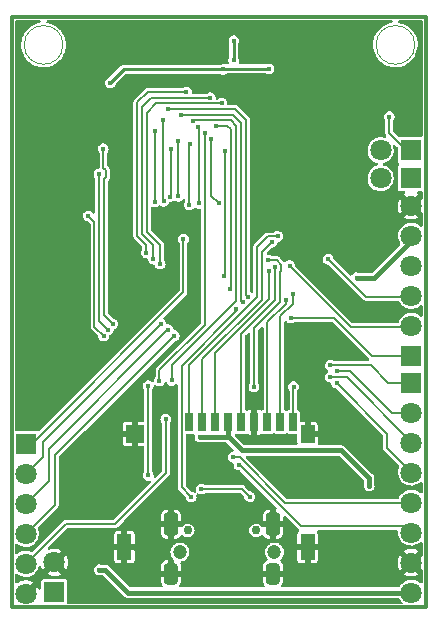
<source format=gbl>
%TF.GenerationSoftware,KiCad,Pcbnew,(5.99.0-12605-g2e120528c8)*%
%TF.CreationDate,2021-09-29T20:44:58+08:00*%
%TF.ProjectId,openmv4,6f70656e-6d76-4342-9e6b-696361645f70,rev?*%
%TF.SameCoordinates,Original*%
%TF.FileFunction,Copper,L2,Bot*%
%TF.FilePolarity,Positive*%
%FSLAX46Y46*%
G04 Gerber Fmt 4.6, Leading zero omitted, Abs format (unit mm)*
G04 Created by KiCad (PCBNEW (5.99.0-12605-g2e120528c8)) date 2021-09-29 20:44:58*
%MOMM*%
%LPD*%
G01*
G04 APERTURE LIST*
G04 Aperture macros list*
%AMRoundRect*
0 Rectangle with rounded corners*
0 $1 Rounding radius*
0 $2 $3 $4 $5 $6 $7 $8 $9 X,Y pos of 4 corners*
0 Add a 4 corners polygon primitive as box body*
4,1,4,$2,$3,$4,$5,$6,$7,$8,$9,$2,$3,0*
0 Add four circle primitives for the rounded corners*
1,1,$1+$1,$2,$3*
1,1,$1+$1,$4,$5*
1,1,$1+$1,$6,$7*
1,1,$1+$1,$8,$9*
0 Add four rect primitives between the rounded corners*
20,1,$1+$1,$2,$3,$4,$5,0*
20,1,$1+$1,$4,$5,$6,$7,0*
20,1,$1+$1,$6,$7,$8,$9,0*
20,1,$1+$1,$8,$9,$2,$3,0*%
G04 Aperture macros list end*
%TA.AperFunction,Profile*%
%ADD10C,0.100000*%
%TD*%
%TA.AperFunction,Profile*%
%ADD11C,0.300000*%
%TD*%
%TA.AperFunction,ComponentPad*%
%ADD12R,1.800000X1.800000*%
%TD*%
%TA.AperFunction,ComponentPad*%
%ADD13C,1.800000*%
%TD*%
%TA.AperFunction,WasherPad*%
%ADD14C,0.750010*%
%TD*%
%TA.AperFunction,ComponentPad*%
%ADD15RoundRect,0.300000X-0.300000X-0.600000X0.300000X-0.600000X0.300000X0.600000X-0.300000X0.600000X0*%
%TD*%
%TA.AperFunction,ComponentPad*%
%ADD16RoundRect,0.300000X-0.300000X-0.700000X0.300000X-0.700000X0.300000X0.700000X-0.300000X0.700000X0*%
%TD*%
%TA.AperFunction,WasherPad*%
%ADD17C,1.200000*%
%TD*%
%TA.AperFunction,SMDPad,CuDef*%
%ADD18R,0.700000X1.600000*%
%TD*%
%TA.AperFunction,SMDPad,CuDef*%
%ADD19R,1.600000X1.500000*%
%TD*%
%TA.AperFunction,SMDPad,CuDef*%
%ADD20R,1.200000X2.200000*%
%TD*%
%TA.AperFunction,SMDPad,CuDef*%
%ADD21R,1.200000X1.500000*%
%TD*%
%TA.AperFunction,ViaPad*%
%ADD22C,0.406400*%
%TD*%
%TA.AperFunction,Conductor*%
%ADD23C,0.381000*%
%TD*%
%TA.AperFunction,Conductor*%
%ADD24C,0.152400*%
%TD*%
%TA.AperFunction,Conductor*%
%ADD25C,0.254000*%
%TD*%
%ADD26C,0.304800*%
%ADD27C,0.350000*%
%ADD28O,0.800000X1.100000*%
G04 APERTURE END LIST*
D10*
X134716772Y-68757800D02*
G75*
G03*
X134716772Y-68757800I-1635886J0D01*
G01*
D11*
X100634800Y-66382800D02*
X135634800Y-66382800D01*
X135634800Y-116382800D02*
X135634800Y-66382800D01*
X100634800Y-116382800D02*
X100634800Y-66382800D01*
X100634800Y-116382800D02*
X135634800Y-116382800D01*
D10*
X104927400Y-68757800D02*
G75*
G03*
X104927400Y-68757800I-1635886J0D01*
G01*
D12*
%TO.P,J2,1,Pin_1*%
%TO.N,/SPI3_SCLK{slash}TRACFSWO*%
X134416800Y-95084800D03*
D13*
%TO.P,J2,2,Pin_2*%
%TO.N,/SWCLK*%
X134416800Y-92544800D03*
%TO.P,J2,3,Pin_3*%
%TO.N,/SWDIO*%
X134416800Y-90004800D03*
%TO.P,J2,4,Pin_4*%
%TO.N,/NRST*%
X134416800Y-87464800D03*
%TO.P,J2,5,Pin_5*%
%TO.N,+3V3*%
X134416800Y-84924800D03*
%TO.P,J2,6,Pin_6*%
%TO.N,GND*%
X134416800Y-82384800D03*
%TD*%
D12*
%TO.P,J5,1,Pin_1*%
%TO.N,/1*%
X134364800Y-77673200D03*
D13*
%TO.P,J5,2,Pin_2*%
%TO.N,/3*%
X131824800Y-77673200D03*
%TD*%
D12*
%TO.P,J4,1,Pin_1*%
%TO.N,/VIN*%
X104190800Y-115112800D03*
D13*
%TO.P,J4,2,Pin_2*%
%TO.N,GND*%
X104190800Y-112572800D03*
%TD*%
D12*
%TO.P,J6,1,Pin_1*%
%TO.N,/1*%
X134364800Y-80035400D03*
D13*
%TO.P,J6,2,Pin_2*%
%TO.N,/2*%
X131824800Y-80035400D03*
%TD*%
D14*
%TO.P,U8,*%
%TO.N,*%
X115500770Y-109871290D03*
X121280790Y-109871290D03*
D15*
%TO.P,U8,0,0*%
%TO.N,GND*%
X122710760Y-113521270D03*
X114070800Y-113521270D03*
D16*
X122710760Y-109341280D03*
X114070800Y-109341280D03*
%TD*%
D12*
%TO.P,J1,1,Pin_1*%
%TO.N,/BOOT0*%
X101777800Y-102539800D03*
D13*
%TO.P,J1,2,Pin_2*%
%TO.N,/TIM4_CH3*%
X101777800Y-105079800D03*
%TO.P,J1,3,Pin_3*%
%TO.N,/TIM4_CH2*%
X101777800Y-107619800D03*
%TO.P,J1,4,Pin_4*%
%TO.N,/TIM4_CH1*%
X101777800Y-110159800D03*
%TO.P,J1,5,Pin_5*%
%TO.N,/DAC*%
X101777800Y-112699800D03*
%TO.P,J1,6,Pin_6*%
%TO.N,GND*%
X101777800Y-115239800D03*
%TD*%
D12*
%TO.P,J3,1,Pin_1*%
%TO.N,/SPI2_MOSI*%
X134416800Y-97345500D03*
D13*
%TO.P,J3,2,Pin_2*%
%TO.N,/SPI2_MISO*%
X134416800Y-99885500D03*
%TO.P,J3,3,Pin_3*%
%TO.N,/SPI2_SCLK*%
X134416800Y-102425500D03*
%TO.P,J3,4,Pin_4*%
%TO.N,/SPI2_NSS*%
X134416800Y-104965500D03*
%TO.P,J3,5,Pin_5*%
%TO.N,/I2C2_SCL*%
X134416800Y-107505500D03*
%TO.P,J3,6,Pin_6*%
%TO.N,/I2C2_SDA*%
X134416800Y-110045500D03*
%TO.P,J3,7,Pin_7*%
%TO.N,GND*%
X134416800Y-112585500D03*
%TO.P,J3,8,Pin_8*%
%TO.N,/VIN*%
X134416800Y-115125500D03*
%TD*%
D17*
%TO.P,U4,*%
%TO.N,*%
X114839750Y-111697780D03*
X122839730Y-111697780D03*
D18*
%TO.P,U4,1,DAT2*%
%TO.N,/SDIO_D2*%
X115639720Y-100697800D03*
%TO.P,U4,2,CD/DAT3*%
%TO.N,/SDIO_D3*%
X116739720Y-100697800D03*
%TO.P,U4,3,CMD*%
%TO.N,/SDIO_CMD*%
X117839720Y-100697800D03*
%TO.P,U4,4,VDD*%
%TO.N,+3V3*%
X118939710Y-100697800D03*
%TO.P,U4,5,CLK*%
%TO.N,/SDIO_CLK*%
X120039710Y-100697800D03*
%TO.P,U4,6,VSS*%
%TO.N,GND*%
X121139710Y-100697800D03*
%TO.P,U4,7,DAT0*%
%TO.N,/SDIO_D0*%
X122239710Y-100697800D03*
%TO.P,U4,8,DAT1*%
%TO.N,/SDIO_D1*%
X123339730Y-100697800D03*
%TO.P,U4,9,CARD_CD*%
%TO.N,/SD_CD*%
X124439730Y-100697799D03*
D19*
%TO.P,U4,10,SHIELD*%
%TO.N,GND*%
X111039630Y-101697800D03*
D20*
X125639700Y-111297811D03*
X110139581Y-111297811D03*
D21*
X125639700Y-101697800D03*
%TD*%
D22*
%TO.N,GND*%
X125069600Y-75869800D03*
X123748800Y-74472800D03*
X107264200Y-69494400D03*
X125069600Y-74498200D03*
X108583800Y-105244800D03*
X128649800Y-100418800D03*
X103503800Y-88353800D03*
X132205800Y-86194800D03*
X110845600Y-72999600D03*
X129538800Y-101307800D03*
X114681000Y-70104000D03*
X132459800Y-106260800D03*
X116992400Y-70104000D03*
X109118400Y-78384400D03*
X126998800Y-82511800D03*
X112647800Y-89877800D03*
X116711800Y-103847800D03*
X126109800Y-82511800D03*
X117727800Y-112356800D03*
X121664800Y-102196800D03*
X108583800Y-106387800D03*
X124204800Y-95592800D03*
X121410800Y-103974800D03*
X107264200Y-68021200D03*
X126109800Y-83400800D03*
X117854800Y-104863800D03*
X108583800Y-103974800D03*
X129870200Y-69418200D03*
X109091800Y-99656800D03*
X110107800Y-83146800D03*
X129895600Y-67945000D03*
X132205800Y-85305800D03*
X118997800Y-112356800D03*
X108837800Y-94449800D03*
X112647800Y-88861800D03*
X110107800Y-82257800D03*
X103503800Y-85559800D03*
X109853800Y-106387800D03*
X103503800Y-94703800D03*
X116711800Y-104863800D03*
X117854800Y-103847800D03*
X128649800Y-101307800D03*
X118997800Y-113499800D03*
X114552800Y-91528800D03*
X109093000Y-77571600D03*
X132205800Y-84416800D03*
X103503800Y-86829800D03*
X129538800Y-100418800D03*
X110361800Y-99656800D03*
X107948800Y-94449800D03*
X115441800Y-91528800D03*
X117727800Y-113499800D03*
X107948800Y-95338800D03*
X127125800Y-104101800D03*
X109853800Y-105244800D03*
X103503800Y-98005800D03*
X132459800Y-104990800D03*
X128295400Y-94462600D03*
X123748800Y-75844400D03*
%TO.N,+3V3*%
X127050800Y-103098600D03*
X130860800Y-106106800D03*
X129792800Y-88480800D03*
X116535200Y-101955600D03*
%TO.N,/NRST*%
X112154800Y-105202800D03*
X112144800Y-97612800D03*
X116654800Y-106362800D03*
X120734800Y-107002800D03*
%TO.N,/3*%
X119405400Y-68402200D03*
X119380000Y-70078600D03*
%TO.N,+2V8*%
X122377200Y-70789800D03*
X118465600Y-70840600D03*
X108940600Y-71983600D03*
%TO.N,/I2C1_SDA*%
X114071400Y-77546200D03*
X114019400Y-81597400D03*
%TO.N,/I2C1_SCL*%
X114705200Y-81572000D03*
X114681000Y-76936600D03*
%TO.N,/DCMI_RST*%
X118618000Y-77724000D03*
X118541800Y-88366600D03*
%TO.N,/DCMI_VSYNC*%
X115619600Y-82308600D03*
X115646200Y-77190600D03*
%TO.N,/DCMI_PWDN*%
X118134200Y-82181600D03*
X117475000Y-76708000D03*
%TO.N,/DCMI_HSYNC*%
X116941600Y-76200000D03*
X113105000Y-97193000D03*
%TO.N,/DCMI_D7*%
X113155800Y-87312400D03*
X118387430Y-73688970D03*
%TO.N,/DCMI_CLK*%
X119075200Y-89433400D03*
X117906800Y-75641200D03*
%TO.N,/DCMI_D6*%
X117396830Y-73231770D03*
X112571600Y-86880600D03*
%TO.N,/DCMI_D5*%
X116420900Y-82181700D03*
X116382800Y-75717400D03*
%TO.N,/DCMI_PCLK*%
X114146400Y-97167600D03*
X115900200Y-75184000D03*
%TO.N,/DCMI_D4*%
X111987400Y-86347200D03*
X115382800Y-72749170D03*
%TO.N,/DCMI_D0*%
X120144800Y-90522800D03*
X114884200Y-74701400D03*
%TO.N,/DCMI_D3*%
X112725200Y-82042000D03*
X112750600Y-76073000D03*
%TO.N,/DCMI_D1*%
X120614800Y-90122800D03*
X113866230Y-74196970D03*
%TO.N,/DCMI_D2*%
X113385600Y-75158600D03*
X113460600Y-82003800D03*
%TO.N,/BOOT0*%
X115137000Y-85204200D03*
%TO.N,/TIM4_CH3*%
X113224800Y-92382800D03*
%TO.N,/TIM4_CH2*%
X113844800Y-92882800D03*
%TO.N,/TIM4_CH1*%
X114354800Y-93382800D03*
%TO.N,/VIN*%
X108004610Y-113203990D03*
%TO.N,/SPI3_SCLK{slash}TRACFSWO*%
X124224800Y-91882800D03*
%TO.N,/SWCLK*%
X124128600Y-87439400D03*
%TO.N,/SWDIO*%
X127379800Y-86880600D03*
%TO.N,/SPI2_MOSI*%
X127572400Y-95882800D03*
%TO.N,/SPI2_MISO*%
X128116400Y-96380200D03*
%TO.N,/SPI2_SCLK*%
X127557600Y-96888200D03*
%TO.N,/SPI2_NSS*%
X128104800Y-97382800D03*
%TO.N,/I2C2_SCL*%
X119344800Y-103662800D03*
%TO.N,/I2C2_SDA*%
X119834800Y-104312800D03*
%TO.N,/DAC*%
X113634800Y-100462800D03*
%TO.N,/1*%
X132561400Y-74841000D03*
%TO.N,/LED_R*%
X109143800Y-92379800D03*
X108331000Y-77546200D03*
%TO.N,/LED_G*%
X108762800Y-92887800D03*
X107975400Y-79705200D03*
%TO.N,/LED_B*%
X108381800Y-93395800D03*
X107061000Y-83235800D03*
%TO.N,/SDIO_D2*%
X123138000Y-84975600D03*
%TO.N,/SDIO_D3*%
X122630000Y-85458200D03*
%TO.N,/SDIO_CMD*%
X122401400Y-87896600D03*
%TO.N,/SDIO_D0*%
X123823800Y-90385800D03*
%TO.N,/SDIO_D1*%
X124408000Y-89877800D03*
%TO.N,/SD_CD*%
X122299800Y-86982200D03*
X121106000Y-97701000D03*
X124458800Y-97701000D03*
%TO.N,/SDIO_CLK*%
X122909400Y-87541000D03*
%TO.N,/5V*%
X115794800Y-107042800D03*
X119604800Y-91162800D03*
%TD*%
D23*
%TO.N,+3V3*%
X130860800Y-105460800D02*
X130860800Y-106106800D01*
X134416800Y-85355400D02*
X131291400Y-88480800D01*
X118948200Y-101955600D02*
X120091200Y-103098600D01*
X118939710Y-101760890D02*
X118939710Y-100697800D01*
X116535200Y-101955600D02*
X118745000Y-101955600D01*
X118745000Y-101955600D02*
X118948200Y-101955600D01*
X127050800Y-103098600D02*
X128498600Y-103098600D01*
X118745000Y-101955600D02*
X118939710Y-101760890D01*
X134416800Y-85013800D02*
X134416800Y-85355400D01*
X131291400Y-88480800D02*
X129792800Y-88480800D01*
X120091200Y-103098600D02*
X127050800Y-103098600D01*
X128498600Y-103098600D02*
X130860800Y-105460800D01*
D24*
%TO.N,/NRST*%
X116654800Y-106372800D02*
X120104800Y-106372800D01*
X112144800Y-97612800D02*
X112144800Y-105162800D01*
X112144800Y-105162800D02*
X112154800Y-105202800D01*
X116654800Y-106362800D02*
X116654800Y-106372800D01*
X112154800Y-105202800D02*
X112154800Y-105172800D01*
X120104800Y-106372800D02*
X120734800Y-107002800D01*
D25*
%TO.N,/3*%
X119380000Y-68427600D02*
X119380000Y-70078600D01*
X119405400Y-68402200D02*
X119380000Y-68427600D01*
%TO.N,+2V8*%
X110058200Y-70840600D02*
X118465600Y-70840600D01*
X108940600Y-71983600D02*
X108940600Y-71958200D01*
X118491000Y-70789800D02*
X118465600Y-70815200D01*
X108940600Y-71958200D02*
X110058200Y-70840600D01*
X122377200Y-70789800D02*
X118491000Y-70789800D01*
D24*
%TO.N,/I2C1_SDA*%
X114046000Y-77571600D02*
X114046000Y-81570800D01*
X114071400Y-77546200D02*
X114046000Y-77571600D01*
X114046000Y-81570800D02*
X114019400Y-81597400D01*
%TO.N,/I2C1_SCL*%
X114681000Y-76936600D02*
X114681000Y-81547800D01*
X114681000Y-81547800D02*
X114705200Y-81572000D01*
%TO.N,/DCMI_RST*%
X118541800Y-88366600D02*
X118618000Y-88290400D01*
X118618000Y-88290400D02*
X118618000Y-77724000D01*
%TO.N,/DCMI_VSYNC*%
X115646200Y-77190600D02*
X115620800Y-77216000D01*
X115620800Y-77216000D02*
X115620800Y-82307400D01*
X115620800Y-82307400D02*
X115619600Y-82308600D01*
%TO.N,/DCMI_PWDN*%
X117473800Y-77787400D02*
X117473800Y-81521200D01*
X117475000Y-76708000D02*
X117475000Y-77786200D01*
X117473800Y-81521200D02*
X118134200Y-82181600D01*
X117475000Y-77786200D02*
X117473800Y-77787400D01*
%TO.N,/DCMI_HSYNC*%
X113105000Y-96304000D02*
X113105000Y-97193000D01*
X116941600Y-76200000D02*
X116941600Y-92467400D01*
X116941600Y-92467400D02*
X113105000Y-96304000D01*
%TO.N,/DCMI_D7*%
X118387430Y-73688970D02*
X118362030Y-73714370D01*
X118362030Y-73714370D02*
X112850230Y-73714370D01*
X112850230Y-73714370D02*
X112039400Y-74525200D01*
X112039400Y-74525200D02*
X112039400Y-84570400D01*
X112039400Y-84570400D02*
X113155800Y-85686800D01*
X113155800Y-85686800D02*
X113155800Y-87312400D01*
%TO.N,/DCMI_CLK*%
X118846600Y-75641200D02*
X119126000Y-75920600D01*
X117906800Y-75641200D02*
X118846600Y-75641200D01*
X119126000Y-75920600D02*
X119126000Y-89382600D01*
X119126000Y-89382600D02*
X119075200Y-89433400D01*
%TO.N,/DCMI_D6*%
X111633000Y-84773600D02*
X112571600Y-85712200D01*
X112418430Y-73231770D02*
X111633000Y-74017200D01*
X117396830Y-73231770D02*
X112418430Y-73231770D01*
X112571600Y-85712200D02*
X112571600Y-86880600D01*
X111633000Y-74017200D02*
X111633000Y-84773600D01*
%TO.N,/DCMI_D5*%
X116420900Y-75755500D02*
X116420900Y-82181700D01*
X116382800Y-75717400D02*
X116420900Y-75755500D01*
%TO.N,/DCMI_PCLK*%
X119608600Y-75615800D02*
X119608600Y-90410000D01*
X114146400Y-95872200D02*
X114146400Y-97167600D01*
X115925600Y-75158600D02*
X119151400Y-75158600D01*
X119608600Y-90410000D02*
X114146400Y-95872200D01*
X119151400Y-75158600D02*
X119608600Y-75615800D01*
X115900200Y-75184000D02*
X115925600Y-75158600D01*
%TO.N,/DCMI_D4*%
X111226600Y-73636200D02*
X111226600Y-84951400D01*
X111987400Y-85712200D02*
X111987400Y-86347200D01*
X115382800Y-72749170D02*
X112113630Y-72749170D01*
X111226600Y-84951400D02*
X111987400Y-85712200D01*
X112113630Y-72749170D02*
X111226600Y-73636200D01*
%TO.N,/DCMI_D0*%
X120039200Y-90417200D02*
X120144800Y-90522800D01*
X114909600Y-74676000D02*
X119354600Y-74676000D01*
X114884200Y-74701400D02*
X114909600Y-74676000D01*
X119354600Y-74676000D02*
X120039200Y-75360600D01*
X120039200Y-75360600D02*
X120039200Y-90417200D01*
%TO.N,/DCMI_D3*%
X112750600Y-76073000D02*
X112725200Y-76098400D01*
X112725200Y-76098400D02*
X112725200Y-82042000D01*
%TO.N,/DCMI_D1*%
X120445600Y-89953600D02*
X120614800Y-90122800D01*
X120396000Y-75082400D02*
X120445600Y-75132000D01*
X120445600Y-75132000D02*
X120445600Y-89953600D01*
X119510570Y-74196970D02*
X120396000Y-75082400D01*
X113866230Y-74196970D02*
X119510570Y-74196970D01*
%TO.N,/DCMI_D2*%
X113360200Y-75184000D02*
X113360200Y-81903400D01*
X113360200Y-81903400D02*
X113460600Y-82003800D01*
X113385600Y-75158600D02*
X113360200Y-75184000D01*
%TO.N,/BOOT0*%
X115137000Y-85204200D02*
X115137000Y-89700600D01*
X102297800Y-102539800D02*
X101777800Y-102539800D01*
X115137000Y-89700600D02*
X102297800Y-102539800D01*
%TO.N,/TIM4_CH3*%
X113224800Y-92382800D02*
X103224800Y-102382800D01*
X103224800Y-102382800D02*
X103224800Y-103632800D01*
X103224800Y-103632800D02*
X101777800Y-105079800D01*
%TO.N,/TIM4_CH2*%
X113774800Y-92882800D02*
X103724800Y-102932800D01*
X103724800Y-105672800D02*
X101777800Y-107619800D01*
X113844800Y-92882800D02*
X113774800Y-92882800D01*
X103724800Y-102932800D02*
X103724800Y-105672800D01*
%TO.N,/TIM4_CH1*%
X114354800Y-93382800D02*
X104244800Y-103492800D01*
X104244800Y-107692800D02*
X101777800Y-110159800D01*
X104244800Y-103492800D02*
X104244800Y-107692800D01*
D23*
%TO.N,/VIN*%
X108504990Y-113203990D02*
X110426500Y-115125500D01*
X110426500Y-115125500D02*
X134416800Y-115125500D01*
X108004610Y-113203990D02*
X108504990Y-113203990D01*
D24*
%TO.N,/SPI3_SCLK{slash}TRACFSWO*%
X124234800Y-91892800D02*
X127864800Y-91892800D01*
X124224800Y-91882800D02*
X124234800Y-91892800D01*
X134416800Y-95084800D02*
X131056800Y-95084800D01*
X127864800Y-91892800D02*
X131056800Y-95084800D01*
%TO.N,/SWCLK*%
X124128600Y-87439400D02*
X129323000Y-92633800D01*
X129323000Y-92633800D02*
X134416800Y-92633800D01*
%TO.N,/SWDIO*%
X130593000Y-90093800D02*
X134416800Y-90093800D01*
X127379800Y-86880600D02*
X130593000Y-90093800D01*
%TO.N,/SPI2_MOSI*%
X131022600Y-95882800D02*
X132485200Y-97345400D01*
X127572400Y-95882800D02*
X131022600Y-95882800D01*
X132485200Y-97345400D02*
X134416700Y-97345400D01*
X134416700Y-97345400D02*
X134416800Y-97345500D01*
%TO.N,/SPI2_MISO*%
X129234000Y-96380200D02*
X132815400Y-99961600D01*
X132815400Y-99961600D02*
X134340700Y-99961600D01*
X128116400Y-96380200D02*
X129234000Y-96380200D01*
X134340700Y-99961600D02*
X134416800Y-99885500D01*
%TO.N,/SPI2_SCLK*%
X128954600Y-96888200D02*
X134416800Y-102350400D01*
X134416800Y-102350400D02*
X134416800Y-102425500D01*
X127557600Y-96888200D02*
X128954600Y-96888200D01*
%TO.N,/SPI2_NSS*%
X132384800Y-102922800D02*
X134416800Y-104954800D01*
X128104800Y-97382800D02*
X132384800Y-101662800D01*
X132384800Y-101662800D02*
X132384800Y-102922800D01*
X134416800Y-104954800D02*
X134416800Y-104965500D01*
%TO.N,/I2C2_SCL*%
X119884800Y-103662800D02*
X123727500Y-107505500D01*
X119344800Y-103662800D02*
X119884800Y-103662800D01*
X123727500Y-107505500D02*
X134416800Y-107505500D01*
%TO.N,/I2C2_SDA*%
X125104800Y-109532800D02*
X133904100Y-109532800D01*
X119884800Y-104312800D02*
X125104800Y-109532800D01*
X133904100Y-109532800D02*
X134416800Y-110045500D01*
X119834800Y-104312800D02*
X119884800Y-104312800D01*
%TO.N,/DAC*%
X113634800Y-105032800D02*
X109344800Y-109322800D01*
X113634800Y-100462800D02*
X113634800Y-105032800D01*
X109344800Y-109322800D02*
X105174800Y-109322800D01*
X105174800Y-109322800D02*
X101797800Y-112699800D01*
X101797800Y-112699800D02*
X101777800Y-112699800D01*
%TO.N,/1*%
X132561400Y-76236800D02*
X134391400Y-78066800D01*
X132561400Y-74841000D02*
X132561400Y-76236800D01*
%TO.N,/LED_R*%
X108585000Y-79375000D02*
X108356400Y-79146400D01*
X108432600Y-91668600D02*
X108432600Y-80137000D01*
X108585000Y-79984600D02*
X108585000Y-79375000D01*
X108356400Y-79146400D02*
X108356400Y-77571600D01*
X108356400Y-77571600D02*
X108331000Y-77546200D01*
X108432600Y-80137000D02*
X108585000Y-79984600D01*
X109143800Y-92379800D02*
X108432600Y-91668600D01*
%TO.N,/LED_G*%
X108000800Y-79730600D02*
X108000800Y-92125800D01*
X107975400Y-79705200D02*
X108000800Y-79730600D01*
X108000800Y-92125800D02*
X108762800Y-92887800D01*
%TO.N,/LED_B*%
X107594400Y-92608400D02*
X107594400Y-83769200D01*
X108381800Y-93395800D02*
X107594400Y-92608400D01*
X107061000Y-83235800D02*
X107594400Y-83769200D01*
%TO.N,/SDIO_D2*%
X115639720Y-95857880D02*
X115639720Y-100697800D01*
X123138000Y-84975600D02*
X122274400Y-84975600D01*
X121360000Y-90137600D02*
X115639720Y-95857880D01*
X121360000Y-85890000D02*
X121360000Y-90137600D01*
X122274400Y-84975600D02*
X121360000Y-85890000D01*
%TO.N,/SDIO_D3*%
X121766400Y-90341200D02*
X116739720Y-95367880D01*
X121766400Y-86321800D02*
X121766400Y-90341200D01*
X116739720Y-95367880D02*
X116739720Y-100697800D01*
X122630000Y-85458200D02*
X121766400Y-86321800D01*
%TO.N,/SDIO_CMD*%
X117839720Y-94847880D02*
X117839720Y-100697800D01*
X122401400Y-90286200D02*
X117839720Y-94847880D01*
X122401400Y-87896600D02*
X122401400Y-90286200D01*
%TO.N,/SDIO_D0*%
X123798400Y-90411200D02*
X123798400Y-90659200D01*
X123798400Y-90659200D02*
X122239710Y-92217890D01*
X122239710Y-92217890D02*
X122239710Y-100697800D01*
X123823800Y-90385800D02*
X123798400Y-90411200D01*
%TO.N,/SDIO_D1*%
X124408000Y-89877800D02*
X124408000Y-90659600D01*
X124408000Y-90659600D02*
X123339730Y-91727870D01*
X123339730Y-91727870D02*
X123339730Y-100697800D01*
%TO.N,/SD_CD*%
X124439730Y-97720070D02*
X124458800Y-97701000D01*
X122299800Y-86982200D02*
X123036400Y-86982200D01*
X123417400Y-87896600D02*
X123315800Y-87998200D01*
X123315800Y-87998200D02*
X123315800Y-90551800D01*
X123036400Y-86982200D02*
X123417400Y-87363200D01*
X123417400Y-87363200D02*
X123417400Y-87896600D01*
X123315800Y-90551800D02*
X121106000Y-92761600D01*
X121106000Y-92761600D02*
X121106000Y-97701000D01*
X124439730Y-100697799D02*
X124439730Y-97720070D01*
%TO.N,/SDIO_CLK*%
X122909400Y-90368200D02*
X120039710Y-93237890D01*
X122909400Y-87541000D02*
X122909400Y-90368200D01*
X120039710Y-93237890D02*
X120039710Y-100697800D01*
%TO.N,/5V*%
X115794800Y-107042800D02*
X114984600Y-106232600D01*
X114984600Y-106232600D02*
X114984600Y-95923000D01*
X114984600Y-95923000D02*
X119604800Y-91302800D01*
X119604800Y-91302800D02*
X119604800Y-91162800D01*
%TD*%
%TA.AperFunction,Conductor*%
%TO.N,GND*%
G36*
X113701802Y-97331947D02*
G01*
X113746613Y-97385619D01*
X113757261Y-97409818D01*
X113797319Y-97457472D01*
X113830684Y-97497164D01*
X113840885Y-97509300D01*
X113949069Y-97581314D01*
X114030369Y-97606714D01*
X114062653Y-97616800D01*
X114073116Y-97620069D01*
X114203055Y-97622450D01*
X114211718Y-97620088D01*
X114211720Y-97620088D01*
X114319775Y-97590629D01*
X114328439Y-97588267D01*
X114439189Y-97520266D01*
X114445213Y-97513610D01*
X114451413Y-97508463D01*
X114516601Y-97480337D01*
X114586646Y-97491920D01*
X114639310Y-97539533D01*
X114657900Y-97605405D01*
X114657900Y-106212838D01*
X114657420Y-106223820D01*
X114655466Y-106246158D01*
X114654122Y-106261514D01*
X114656975Y-106272160D01*
X114656975Y-106272165D01*
X114663916Y-106298068D01*
X114666295Y-106308797D01*
X114672866Y-106346062D01*
X114678377Y-106355607D01*
X114679588Y-106358934D01*
X114681088Y-106362151D01*
X114683941Y-106372799D01*
X114705653Y-106403807D01*
X114711548Y-106413060D01*
X114730472Y-106445838D01*
X114738917Y-106452924D01*
X114759465Y-106470166D01*
X114767569Y-106477593D01*
X115307580Y-107017604D01*
X115341606Y-107079916D01*
X115343420Y-107090357D01*
X115353320Y-107166063D01*
X115405661Y-107285018D01*
X115489285Y-107384500D01*
X115597469Y-107456514D01*
X115721516Y-107495269D01*
X115851455Y-107497650D01*
X115860118Y-107495288D01*
X115860120Y-107495288D01*
X115968175Y-107465829D01*
X115976839Y-107463467D01*
X116087589Y-107395466D01*
X116103733Y-107377630D01*
X116168774Y-107305774D01*
X116168775Y-107305773D01*
X116174802Y-107299114D01*
X116181632Y-107285018D01*
X116227553Y-107190237D01*
X116227554Y-107190235D01*
X116231467Y-107182158D01*
X116253028Y-107053999D01*
X116253165Y-107042800D01*
X116249728Y-107018796D01*
X116236014Y-106923039D01*
X116236013Y-106923037D01*
X116234741Y-106914152D01*
X116230808Y-106905502D01*
X116230734Y-106904984D01*
X116228506Y-106897363D01*
X116229606Y-106897041D01*
X116220820Y-106835212D01*
X116250420Y-106770680D01*
X116310209Y-106732394D01*
X116381206Y-106732512D01*
X116415327Y-106748462D01*
X116448705Y-106770680D01*
X116457469Y-106776514D01*
X116581516Y-106815269D01*
X116711455Y-106817650D01*
X116720118Y-106815288D01*
X116720120Y-106815288D01*
X116828175Y-106785829D01*
X116836839Y-106783467D01*
X116943259Y-106718125D01*
X117009187Y-106699500D01*
X119917286Y-106699500D01*
X119985407Y-106719502D01*
X120006381Y-106736405D01*
X120247580Y-106977604D01*
X120281606Y-107039916D01*
X120283420Y-107050357D01*
X120293320Y-107126063D01*
X120345661Y-107245018D01*
X120429285Y-107344500D01*
X120537469Y-107416514D01*
X120661516Y-107455269D01*
X120791455Y-107457650D01*
X120800118Y-107455288D01*
X120800120Y-107455288D01*
X120908175Y-107425829D01*
X120916839Y-107423467D01*
X121027589Y-107355466D01*
X121085136Y-107291889D01*
X121108774Y-107265774D01*
X121108775Y-107265773D01*
X121114802Y-107259114D01*
X121121632Y-107245018D01*
X121167553Y-107150237D01*
X121167554Y-107150235D01*
X121171467Y-107142158D01*
X121193028Y-107013999D01*
X121193165Y-107002800D01*
X121181743Y-106923039D01*
X121176014Y-106883039D01*
X121176013Y-106883037D01*
X121174741Y-106874152D01*
X121120951Y-106755846D01*
X121072400Y-106699500D01*
X121041976Y-106664191D01*
X121041974Y-106664189D01*
X121036118Y-106657393D01*
X120927062Y-106586707D01*
X120802551Y-106549470D01*
X120793573Y-106549415D01*
X120784695Y-106548088D01*
X120784941Y-106546442D01*
X120726871Y-106529004D01*
X120706544Y-106512520D01*
X120349793Y-106155769D01*
X120342366Y-106147665D01*
X120336897Y-106141147D01*
X120318038Y-106118672D01*
X120285260Y-106099748D01*
X120276007Y-106093853D01*
X120244999Y-106072141D01*
X120234351Y-106069288D01*
X120231134Y-106067788D01*
X120227807Y-106066577D01*
X120218262Y-106061066D01*
X120207410Y-106059153D01*
X120207409Y-106059152D01*
X120180997Y-106054495D01*
X120170268Y-106052116D01*
X120144365Y-106045175D01*
X120144360Y-106045175D01*
X120133714Y-106042322D01*
X120122730Y-106043283D01*
X120122729Y-106043283D01*
X120096020Y-106045620D01*
X120085038Y-106046100D01*
X117034325Y-106046100D01*
X116966204Y-106026098D01*
X116958874Y-106020592D01*
X116956118Y-106017393D01*
X116847062Y-105946707D01*
X116722551Y-105909470D01*
X116713575Y-105909415D01*
X116713574Y-105909415D01*
X116659714Y-105909086D01*
X116592593Y-105908676D01*
X116467636Y-105944389D01*
X116357725Y-106013737D01*
X116271695Y-106111147D01*
X116267881Y-106119270D01*
X116267880Y-106119272D01*
X116252223Y-106152620D01*
X116216463Y-106228787D01*
X116215083Y-106237649D01*
X116215082Y-106237653D01*
X116197850Y-106348327D01*
X116197850Y-106348331D01*
X116196469Y-106357200D01*
X116197633Y-106366102D01*
X116197633Y-106366105D01*
X116212156Y-106477164D01*
X116213320Y-106486063D01*
X116220489Y-106502355D01*
X116229615Y-106572763D01*
X116199228Y-106636928D01*
X116138974Y-106674478D01*
X116067984Y-106673491D01*
X116036627Y-106658833D01*
X115994594Y-106631589D01*
X115987062Y-106626707D01*
X115862551Y-106589470D01*
X115853573Y-106589415D01*
X115844695Y-106588088D01*
X115844941Y-106586442D01*
X115786871Y-106569004D01*
X115766544Y-106552520D01*
X115348205Y-106134181D01*
X115314179Y-106071869D01*
X115311300Y-106045086D01*
X115311300Y-101824300D01*
X115331302Y-101756179D01*
X115384958Y-101709686D01*
X115437300Y-101698300D01*
X115968922Y-101698300D01*
X116037043Y-101718302D01*
X116083536Y-101771958D01*
X116093422Y-101843684D01*
X116078250Y-101941126D01*
X116078250Y-101941131D01*
X116076869Y-101950000D01*
X116078033Y-101958902D01*
X116078033Y-101958905D01*
X116092556Y-102069964D01*
X116093720Y-102078863D01*
X116146061Y-102197818D01*
X116229685Y-102297300D01*
X116337869Y-102369314D01*
X116425107Y-102396569D01*
X116443563Y-102402335D01*
X116461916Y-102408069D01*
X116591855Y-102410450D01*
X116600518Y-102408088D01*
X116600520Y-102408088D01*
X116626382Y-102401037D01*
X116659523Y-102396600D01*
X118711350Y-102396600D01*
X118726139Y-102397471D01*
X118728398Y-102397738D01*
X118793701Y-102425598D01*
X118802704Y-102433772D01*
X119363713Y-102994781D01*
X119397739Y-103057093D01*
X119392674Y-103127908D01*
X119350127Y-103184744D01*
X119291720Y-103208710D01*
X119291568Y-103208731D01*
X119282593Y-103208676D01*
X119157636Y-103244389D01*
X119047725Y-103313737D01*
X118961695Y-103411147D01*
X118957881Y-103419270D01*
X118957880Y-103419272D01*
X118950419Y-103435164D01*
X118906463Y-103528787D01*
X118905083Y-103537649D01*
X118905082Y-103537653D01*
X118887850Y-103648327D01*
X118887850Y-103648331D01*
X118886469Y-103657200D01*
X118887633Y-103666102D01*
X118887633Y-103666105D01*
X118902156Y-103777164D01*
X118903320Y-103786063D01*
X118955661Y-103905018D01*
X118961437Y-103911889D01*
X119019318Y-103980746D01*
X119039285Y-104004500D01*
X119046756Y-104009473D01*
X119046757Y-104009474D01*
X119061024Y-104018971D01*
X119147469Y-104076514D01*
X119230943Y-104102593D01*
X119255410Y-104110237D01*
X119271516Y-104115269D01*
X119279886Y-104115422D01*
X119343657Y-104145927D01*
X119380973Y-104206326D01*
X119383965Y-104259054D01*
X119377850Y-104298326D01*
X119377850Y-104298331D01*
X119376469Y-104307200D01*
X119377633Y-104316102D01*
X119377633Y-104316105D01*
X119387038Y-104388027D01*
X119393320Y-104436063D01*
X119445661Y-104555018D01*
X119529285Y-104654500D01*
X119637469Y-104726514D01*
X119761516Y-104765269D01*
X119826535Y-104766460D01*
X119894276Y-104787706D01*
X119913320Y-104803344D01*
X122998434Y-107888458D01*
X123032460Y-107950770D01*
X123027395Y-108021585D01*
X122984848Y-108078421D01*
X122974856Y-108083423D01*
X122966431Y-108093145D01*
X122964760Y-108100828D01*
X122964760Y-109069165D01*
X122969235Y-109084404D01*
X122970625Y-109085609D01*
X122978308Y-109087280D01*
X123546645Y-109087280D01*
X123561884Y-109082805D01*
X123563089Y-109081415D01*
X123564760Y-109073732D01*
X123564760Y-108758974D01*
X123584762Y-108690853D01*
X123638418Y-108644360D01*
X123708692Y-108634256D01*
X123773272Y-108663750D01*
X123779855Y-108669879D01*
X124859807Y-109749831D01*
X124867234Y-109757935D01*
X124891562Y-109786928D01*
X124900418Y-109792041D01*
X124939472Y-109850741D01*
X124940598Y-109921729D01*
X124903167Y-109982056D01*
X124889155Y-109992919D01*
X124866891Y-110007795D01*
X124849683Y-110025003D01*
X124807332Y-110088386D01*
X124798016Y-110110877D01*
X124786907Y-110166726D01*
X124785700Y-110178981D01*
X124785700Y-111025696D01*
X124790175Y-111040935D01*
X124791565Y-111042140D01*
X124799248Y-111043811D01*
X126475584Y-111043811D01*
X126490823Y-111039336D01*
X126492028Y-111037946D01*
X126493699Y-111030263D01*
X126493699Y-110178983D01*
X126492491Y-110166723D01*
X126481385Y-110110880D01*
X126472067Y-110088385D01*
X126450095Y-110055501D01*
X126428881Y-109987748D01*
X126447664Y-109919282D01*
X126500482Y-109871839D01*
X126554861Y-109859500D01*
X133188761Y-109859500D01*
X133256882Y-109879502D01*
X133303375Y-109933158D01*
X133313888Y-110000306D01*
X133313002Y-110007795D01*
X133311964Y-110016569D01*
X133325192Y-110218394D01*
X133374978Y-110414428D01*
X133459656Y-110598107D01*
X133576388Y-110763280D01*
X133721266Y-110904413D01*
X133726070Y-110907623D01*
X133775386Y-110940575D01*
X133889437Y-111016782D01*
X133894740Y-111019060D01*
X133894743Y-111019062D01*
X134069963Y-111094342D01*
X134075270Y-111096622D01*
X134272540Y-111141260D01*
X134278309Y-111141487D01*
X134278312Y-111141487D01*
X134354483Y-111144479D01*
X134474642Y-111149200D01*
X134560932Y-111136689D01*
X134669086Y-111121008D01*
X134669091Y-111121007D01*
X134674807Y-111120178D01*
X134680279Y-111118320D01*
X134680281Y-111118320D01*
X134860867Y-111057019D01*
X134860869Y-111057018D01*
X134866331Y-111055164D01*
X135011720Y-110973743D01*
X135037764Y-110959158D01*
X135037765Y-110959157D01*
X135042801Y-110956337D01*
X135178231Y-110843701D01*
X135243394Y-110815520D01*
X135313450Y-110827043D01*
X135366154Y-110874612D01*
X135384800Y-110940575D01*
X135384800Y-111924520D01*
X135364798Y-111992641D01*
X135347895Y-112013616D01*
X134788821Y-112572689D01*
X134781208Y-112586632D01*
X134781339Y-112588466D01*
X134785590Y-112595080D01*
X135347895Y-113157384D01*
X135381920Y-113219697D01*
X135384800Y-113246480D01*
X135384800Y-114233482D01*
X135364798Y-114301603D01*
X135311142Y-114348096D01*
X135240868Y-114358200D01*
X135173271Y-114326007D01*
X135093853Y-114252594D01*
X135093851Y-114252592D01*
X135089612Y-114248674D01*
X135062174Y-114231362D01*
X134923437Y-114143825D01*
X134918557Y-114140746D01*
X134730698Y-114065798D01*
X134532326Y-114026339D01*
X134526552Y-114026263D01*
X134526548Y-114026263D01*
X134424057Y-114024922D01*
X134330086Y-114023692D01*
X134324389Y-114024671D01*
X134324388Y-114024671D01*
X134136446Y-114056965D01*
X134136445Y-114056965D01*
X134130749Y-114057944D01*
X133940993Y-114127949D01*
X133936032Y-114130901D01*
X133936031Y-114130901D01*
X133803345Y-114209841D01*
X133767171Y-114231362D01*
X133615105Y-114364720D01*
X133489889Y-114523557D01*
X133480939Y-114540568D01*
X133440637Y-114617168D01*
X133391217Y-114668141D01*
X133329129Y-114684500D01*
X123532630Y-114684500D01*
X123464509Y-114664498D01*
X123418016Y-114610842D01*
X123407912Y-114540568D01*
X123432267Y-114482320D01*
X123492760Y-114402623D01*
X123501111Y-114387804D01*
X123550846Y-114262186D01*
X123554799Y-114246621D01*
X123564304Y-114168072D01*
X123564760Y-114160517D01*
X123564760Y-113793385D01*
X123560285Y-113778146D01*
X123558895Y-113776941D01*
X123551212Y-113775270D01*
X121874875Y-113775270D01*
X121859636Y-113779745D01*
X121858431Y-113781135D01*
X121856760Y-113788818D01*
X121856760Y-114160517D01*
X121857216Y-114168072D01*
X121866721Y-114246621D01*
X121870674Y-114262186D01*
X121920409Y-114387804D01*
X121928760Y-114402623D01*
X121989253Y-114482320D01*
X122014506Y-114548674D01*
X121999878Y-114618147D01*
X121950011Y-114668683D01*
X121888890Y-114684500D01*
X114892670Y-114684500D01*
X114824549Y-114664498D01*
X114778056Y-114610842D01*
X114767952Y-114540568D01*
X114792307Y-114482320D01*
X114852800Y-114402623D01*
X114861151Y-114387804D01*
X114910886Y-114262186D01*
X114914839Y-114246621D01*
X114924344Y-114168072D01*
X114924800Y-114160517D01*
X114924800Y-113793385D01*
X114920325Y-113778146D01*
X114918935Y-113776941D01*
X114911252Y-113775270D01*
X113234915Y-113775270D01*
X113219676Y-113779745D01*
X113218471Y-113781135D01*
X113216800Y-113788818D01*
X113216800Y-114160517D01*
X113217256Y-114168072D01*
X113226761Y-114246621D01*
X113230714Y-114262186D01*
X113280449Y-114387804D01*
X113288800Y-114402623D01*
X113349293Y-114482320D01*
X113374546Y-114548674D01*
X113359918Y-114618147D01*
X113310051Y-114668683D01*
X113248930Y-114684500D01*
X110661358Y-114684500D01*
X110593237Y-114664498D01*
X110572263Y-114647595D01*
X109484629Y-113559961D01*
X133806699Y-113559961D01*
X133816581Y-113572450D01*
X133858999Y-113600792D01*
X133869107Y-113606280D01*
X134053364Y-113685443D01*
X134064297Y-113688995D01*
X134259891Y-113733254D01*
X134271300Y-113734756D01*
X134471686Y-113742629D01*
X134483168Y-113742027D01*
X134681636Y-113713251D01*
X134692819Y-113710566D01*
X134882717Y-113646104D01*
X134893220Y-113641428D01*
X135018630Y-113571196D01*
X135028493Y-113561119D01*
X135025538Y-113553449D01*
X134429611Y-112957521D01*
X134415668Y-112949908D01*
X134413834Y-112950039D01*
X134407220Y-112954290D01*
X133812892Y-113548619D01*
X133806699Y-113559961D01*
X109484629Y-113559961D01*
X109173823Y-113249155D01*
X113216800Y-113249155D01*
X113221275Y-113264394D01*
X113222665Y-113265599D01*
X113230348Y-113267270D01*
X113798685Y-113267270D01*
X113813924Y-113262795D01*
X113815129Y-113261405D01*
X113816800Y-113253722D01*
X113816800Y-112385385D01*
X113812325Y-112370146D01*
X113810935Y-112368941D01*
X113803252Y-112367270D01*
X113731553Y-112367270D01*
X113723998Y-112367726D01*
X113645449Y-112377231D01*
X113629884Y-112381184D01*
X113504266Y-112430919D01*
X113489443Y-112439272D01*
X113382219Y-112520659D01*
X113370189Y-112532689D01*
X113288802Y-112639913D01*
X113280449Y-112654736D01*
X113230714Y-112780354D01*
X113226761Y-112795919D01*
X113217256Y-112874468D01*
X113216800Y-112882023D01*
X113216800Y-113249155D01*
X109173823Y-113249155D01*
X108840621Y-112915953D01*
X108830766Y-112904864D01*
X108816116Y-112886281D01*
X108810285Y-112878884D01*
X108802538Y-112873530D01*
X108802536Y-112873528D01*
X108763084Y-112846262D01*
X108759861Y-112843959D01*
X108756635Y-112841576D01*
X108713678Y-112809847D01*
X108707008Y-112807505D01*
X108701195Y-112803487D01*
X108692210Y-112800645D01*
X108692207Y-112800644D01*
X108646496Y-112786188D01*
X108642740Y-112784935D01*
X108597447Y-112769029D01*
X108597443Y-112769028D01*
X108588558Y-112765908D01*
X108581494Y-112765631D01*
X108574757Y-112763500D01*
X108568277Y-112762990D01*
X108516749Y-112762990D01*
X108511803Y-112762893D01*
X108509877Y-112762817D01*
X108456050Y-112760703D01*
X108449065Y-112762555D01*
X108441159Y-112762990D01*
X108132027Y-112762990D01*
X108095924Y-112757707D01*
X108080962Y-112753232D01*
X108080960Y-112753232D01*
X108072361Y-112750660D01*
X108063385Y-112750605D01*
X108063384Y-112750605D01*
X108009524Y-112750276D01*
X107942403Y-112749866D01*
X107817446Y-112785579D01*
X107707535Y-112854927D01*
X107621505Y-112952337D01*
X107617691Y-112960460D01*
X107617690Y-112960462D01*
X107615602Y-112964910D01*
X107566273Y-113069977D01*
X107564893Y-113078839D01*
X107564892Y-113078843D01*
X107547660Y-113189517D01*
X107547660Y-113189521D01*
X107546279Y-113198390D01*
X107547443Y-113207292D01*
X107547443Y-113207295D01*
X107555286Y-113267270D01*
X107563130Y-113327253D01*
X107615471Y-113446208D01*
X107621247Y-113453079D01*
X107690882Y-113535919D01*
X107699095Y-113545690D01*
X107807279Y-113617704D01*
X107931326Y-113656459D01*
X108061265Y-113658840D01*
X108069928Y-113656478D01*
X108069930Y-113656478D01*
X108095792Y-113649427D01*
X108128933Y-113644990D01*
X108270132Y-113644990D01*
X108338253Y-113664992D01*
X108359227Y-113681895D01*
X110090869Y-115413537D01*
X110100724Y-115424626D01*
X110121205Y-115450606D01*
X110128952Y-115455960D01*
X110128954Y-115455962D01*
X110168406Y-115483228D01*
X110171630Y-115485531D01*
X110217812Y-115519643D01*
X110224482Y-115521985D01*
X110230295Y-115526003D01*
X110239280Y-115528845D01*
X110239283Y-115528846D01*
X110284994Y-115543302D01*
X110288750Y-115544555D01*
X110334044Y-115560461D01*
X110334045Y-115560461D01*
X110342932Y-115563582D01*
X110349997Y-115563860D01*
X110356733Y-115565990D01*
X110363213Y-115566500D01*
X110414726Y-115566500D01*
X110419673Y-115566597D01*
X110475440Y-115568788D01*
X110482428Y-115566935D01*
X110490336Y-115566500D01*
X133327546Y-115566500D01*
X133395667Y-115586502D01*
X133441972Y-115639748D01*
X133459656Y-115678107D01*
X133576388Y-115843280D01*
X133580530Y-115847315D01*
X133651598Y-115916546D01*
X133686436Y-115978407D01*
X133682299Y-116049283D01*
X133640500Y-116106671D01*
X133574310Y-116132351D01*
X133563677Y-116132800D01*
X105417300Y-116132800D01*
X105349179Y-116112798D01*
X105302686Y-116059142D01*
X105291300Y-116006800D01*
X105291300Y-114193052D01*
X105286331Y-114168072D01*
X105282088Y-114146739D01*
X105282088Y-114146738D01*
X105279667Y-114134569D01*
X105235352Y-114068248D01*
X105169031Y-114023933D01*
X105156862Y-114021512D01*
X105156861Y-114021512D01*
X105116616Y-114013507D01*
X105110548Y-114012300D01*
X103271052Y-114012300D01*
X103264984Y-114013507D01*
X103224739Y-114021512D01*
X103224738Y-114021512D01*
X103212569Y-114023933D01*
X103146248Y-114068248D01*
X103101933Y-114134569D01*
X103099512Y-114146738D01*
X103099512Y-114146739D01*
X103095269Y-114168072D01*
X103090300Y-114193052D01*
X103090300Y-114751562D01*
X103070298Y-114819683D01*
X103016642Y-114866176D01*
X102946368Y-114876280D01*
X102881788Y-114846786D01*
X102851294Y-114807290D01*
X102768518Y-114639436D01*
X102765371Y-114634301D01*
X102755538Y-114626921D01*
X102743120Y-114633692D01*
X101866895Y-115509916D01*
X101804583Y-115543941D01*
X101733767Y-115538876D01*
X101688705Y-115509915D01*
X101507685Y-115328895D01*
X101473659Y-115266583D01*
X101478724Y-115195768D01*
X101507685Y-115150705D01*
X102381435Y-114276955D01*
X102388193Y-114264578D01*
X102382163Y-114256522D01*
X102308836Y-114210256D01*
X102298585Y-114205033D01*
X102112327Y-114130724D01*
X102101291Y-114127455D01*
X101904609Y-114088332D01*
X101893164Y-114087129D01*
X101692652Y-114084505D01*
X101681172Y-114085408D01*
X101483540Y-114119367D01*
X101472420Y-114122347D01*
X101284278Y-114191756D01*
X101273900Y-114196706D01*
X101101558Y-114299239D01*
X101087571Y-114309401D01*
X101086538Y-114307980D01*
X101029464Y-114334451D01*
X100959132Y-114324760D01*
X100905204Y-114278583D01*
X100884800Y-114209841D01*
X100884800Y-113662292D01*
X100904802Y-113594171D01*
X100958458Y-113547678D01*
X101028732Y-113537574D01*
X101081104Y-113560451D01*
X101082266Y-113558713D01*
X101250437Y-113671082D01*
X101255740Y-113673360D01*
X101255743Y-113673362D01*
X101415566Y-113742027D01*
X101436270Y-113750922D01*
X101633540Y-113795560D01*
X101639309Y-113795787D01*
X101639312Y-113795787D01*
X101715483Y-113798779D01*
X101835642Y-113803500D01*
X101936904Y-113788818D01*
X102030086Y-113775308D01*
X102030091Y-113775307D01*
X102035807Y-113774478D01*
X102041279Y-113772620D01*
X102041281Y-113772620D01*
X102221867Y-113711319D01*
X102221869Y-113711318D01*
X102227331Y-113709464D01*
X102403801Y-113610637D01*
X102466233Y-113558713D01*
X102480002Y-113547261D01*
X103580699Y-113547261D01*
X103590581Y-113559750D01*
X103632999Y-113588092D01*
X103643107Y-113593580D01*
X103827364Y-113672743D01*
X103838297Y-113676295D01*
X104033891Y-113720554D01*
X104045300Y-113722056D01*
X104245686Y-113729929D01*
X104257168Y-113729327D01*
X104455636Y-113700551D01*
X104466819Y-113697866D01*
X104656717Y-113633404D01*
X104667220Y-113628728D01*
X104792630Y-113558496D01*
X104802493Y-113548419D01*
X104799538Y-113540749D01*
X104203611Y-112944821D01*
X104189668Y-112937208D01*
X104187834Y-112937339D01*
X104181220Y-112941590D01*
X103586892Y-113535919D01*
X103580699Y-113547261D01*
X102480002Y-113547261D01*
X102554873Y-113484991D01*
X102559305Y-113481305D01*
X102688637Y-113325801D01*
X102692808Y-113318354D01*
X102733058Y-113246480D01*
X102787464Y-113149331D01*
X102852478Y-112957807D01*
X102852862Y-112955159D01*
X102887711Y-112894464D01*
X102950738Y-112861780D01*
X103021429Y-112868360D01*
X103077341Y-112912114D01*
X103094399Y-112948825D01*
X103094981Y-112948619D01*
X103100750Y-112964910D01*
X103184707Y-113147027D01*
X103190458Y-113156988D01*
X103203581Y-113175558D01*
X103214171Y-113183947D01*
X103227469Y-113176920D01*
X103830458Y-112573932D01*
X104555208Y-112573932D01*
X104555339Y-112575766D01*
X104559590Y-112582380D01*
X105154837Y-113177626D01*
X105167212Y-113184383D01*
X105173792Y-113179457D01*
X105246728Y-113049220D01*
X105251404Y-113038717D01*
X105315866Y-112848819D01*
X105318551Y-112837636D01*
X105347623Y-112637128D01*
X105348253Y-112629745D01*
X105349647Y-112576504D01*
X105349404Y-112569105D01*
X105335395Y-112416639D01*
X109285582Y-112416639D01*
X109286790Y-112428899D01*
X109297896Y-112484742D01*
X109307214Y-112507238D01*
X109349564Y-112570619D01*
X109366773Y-112587828D01*
X109430156Y-112630179D01*
X109452647Y-112639495D01*
X109508496Y-112650604D01*
X109520751Y-112651811D01*
X109867466Y-112651811D01*
X109882705Y-112647336D01*
X109883910Y-112645946D01*
X109885581Y-112638263D01*
X109885581Y-112633695D01*
X110393581Y-112633695D01*
X110398056Y-112648934D01*
X110399446Y-112650139D01*
X110407129Y-112651810D01*
X110758409Y-112651810D01*
X110770669Y-112650602D01*
X110826512Y-112639496D01*
X110849008Y-112630178D01*
X110912389Y-112587828D01*
X110929598Y-112570619D01*
X110971949Y-112507236D01*
X110981265Y-112484745D01*
X110992374Y-112428896D01*
X110993581Y-112416641D01*
X110993581Y-111686533D01*
X114034264Y-111686533D01*
X114034951Y-111693540D01*
X114034951Y-111693543D01*
X114037184Y-111716312D01*
X114051789Y-111865266D01*
X114054012Y-111871948D01*
X114054012Y-111871949D01*
X114087438Y-111972431D01*
X114108476Y-112035676D01*
X114112123Y-112041698D01*
X114185605Y-112163031D01*
X114201509Y-112189292D01*
X114232092Y-112220961D01*
X114289437Y-112280344D01*
X114322369Y-112343241D01*
X114324800Y-112367871D01*
X114324800Y-113249155D01*
X114329275Y-113264394D01*
X114330665Y-113265599D01*
X114338348Y-113267270D01*
X114906685Y-113267270D01*
X114921924Y-113262795D01*
X114923129Y-113261405D01*
X114924800Y-113253722D01*
X114924800Y-113249155D01*
X121856760Y-113249155D01*
X121861235Y-113264394D01*
X121862625Y-113265599D01*
X121870308Y-113267270D01*
X123546645Y-113267270D01*
X123561884Y-113262795D01*
X123563089Y-113261405D01*
X123564760Y-113253722D01*
X123564760Y-112882023D01*
X123564304Y-112874468D01*
X123554799Y-112795919D01*
X123550846Y-112780354D01*
X123501111Y-112654736D01*
X123492758Y-112639913D01*
X123411371Y-112532689D01*
X123399344Y-112520662D01*
X123370990Y-112499140D01*
X123328823Y-112442022D01*
X123327178Y-112416639D01*
X124785701Y-112416639D01*
X124786909Y-112428899D01*
X124798015Y-112484742D01*
X124807333Y-112507238D01*
X124849683Y-112570619D01*
X124866892Y-112587828D01*
X124930275Y-112630179D01*
X124952766Y-112639495D01*
X125008615Y-112650604D01*
X125020870Y-112651811D01*
X125367585Y-112651811D01*
X125382824Y-112647336D01*
X125384029Y-112645946D01*
X125385700Y-112638263D01*
X125385700Y-112633695D01*
X125893700Y-112633695D01*
X125898175Y-112648934D01*
X125899565Y-112650139D01*
X125907248Y-112651810D01*
X126258528Y-112651810D01*
X126270788Y-112650602D01*
X126326631Y-112639496D01*
X126349127Y-112630178D01*
X126412508Y-112587828D01*
X126429717Y-112570619D01*
X126436192Y-112560928D01*
X133258631Y-112560928D01*
X133271747Y-112761031D01*
X133273548Y-112772401D01*
X133322909Y-112966763D01*
X133326750Y-112977610D01*
X133410707Y-113159727D01*
X133416458Y-113169688D01*
X133429581Y-113188258D01*
X133440171Y-113196647D01*
X133453469Y-113189620D01*
X134044779Y-112598311D01*
X134052392Y-112584368D01*
X134052261Y-112582534D01*
X134048010Y-112575920D01*
X133451277Y-111979188D01*
X133438902Y-111972431D01*
X133432936Y-111976897D01*
X133348767Y-112136875D01*
X133344362Y-112147509D01*
X133284895Y-112339025D01*
X133282503Y-112350279D01*
X133258932Y-112549427D01*
X133258631Y-112560928D01*
X126436192Y-112560928D01*
X126472068Y-112507236D01*
X126481384Y-112484745D01*
X126492493Y-112428896D01*
X126493700Y-112416641D01*
X126493700Y-111610613D01*
X133806026Y-111610613D01*
X133809513Y-111619002D01*
X134403989Y-112213479D01*
X134417932Y-112221092D01*
X134419766Y-112220961D01*
X134426380Y-112216710D01*
X135020436Y-111622653D01*
X135027193Y-111610278D01*
X135021163Y-111602222D01*
X134947836Y-111555956D01*
X134937585Y-111550733D01*
X134751327Y-111476424D01*
X134740291Y-111473155D01*
X134543609Y-111434032D01*
X134532164Y-111432829D01*
X134331652Y-111430205D01*
X134320172Y-111431108D01*
X134122540Y-111465067D01*
X134111420Y-111468047D01*
X133923278Y-111537456D01*
X133912900Y-111542406D01*
X133815624Y-111600280D01*
X133806026Y-111610613D01*
X126493700Y-111610613D01*
X126493700Y-111569926D01*
X126489225Y-111554687D01*
X126487835Y-111553482D01*
X126480152Y-111551811D01*
X125911815Y-111551811D01*
X125896576Y-111556286D01*
X125895371Y-111557676D01*
X125893700Y-111565359D01*
X125893700Y-112633695D01*
X125385700Y-112633695D01*
X125385700Y-111569926D01*
X125381225Y-111554687D01*
X125379835Y-111553482D01*
X125372152Y-111551811D01*
X124803816Y-111551811D01*
X124788577Y-111556286D01*
X124787372Y-111557676D01*
X124785701Y-111565359D01*
X124785701Y-112416639D01*
X123327178Y-112416639D01*
X123324231Y-112371174D01*
X123360277Y-112307532D01*
X123456829Y-112215587D01*
X123474300Y-112189292D01*
X123552312Y-112071873D01*
X123556213Y-112066002D01*
X123590061Y-111976897D01*
X123617487Y-111904699D01*
X123617488Y-111904694D01*
X123619987Y-111898116D01*
X123632446Y-111809467D01*
X123644430Y-111724196D01*
X123644430Y-111724191D01*
X123644981Y-111720273D01*
X123645133Y-111709356D01*
X123645240Y-111701743D01*
X123645240Y-111701738D01*
X123645295Y-111697780D01*
X123625276Y-111519308D01*
X123619157Y-111501735D01*
X123568533Y-111356364D01*
X123566215Y-111349707D01*
X123494731Y-111235308D01*
X123474779Y-111203379D01*
X123471046Y-111197405D01*
X123405184Y-111131082D01*
X123349463Y-111074970D01*
X123349459Y-111074967D01*
X123344500Y-111069973D01*
X123333491Y-111062986D01*
X123263727Y-111018713D01*
X123192866Y-110973743D01*
X123133619Y-110952646D01*
X123030316Y-110915861D01*
X123030311Y-110915860D01*
X123023681Y-110913499D01*
X123016695Y-110912666D01*
X123016691Y-110912665D01*
X122888907Y-110897428D01*
X122845354Y-110892235D01*
X122838351Y-110892971D01*
X122838350Y-110892971D01*
X122673755Y-110910270D01*
X122673751Y-110910271D01*
X122666747Y-110911007D01*
X122660076Y-110913278D01*
X122503407Y-110966612D01*
X122503404Y-110966613D01*
X122496737Y-110968883D01*
X122490739Y-110972573D01*
X122490737Y-110972574D01*
X122433677Y-111007678D01*
X122343775Y-111062986D01*
X122338744Y-111067912D01*
X122338741Y-111067915D01*
X122277515Y-111127872D01*
X122215462Y-111188639D01*
X122211643Y-111194564D01*
X122211642Y-111194566D01*
X122167217Y-111263500D01*
X122118176Y-111339597D01*
X122056752Y-111508358D01*
X122034244Y-111686533D01*
X122034931Y-111693540D01*
X122034931Y-111693543D01*
X122037164Y-111716312D01*
X122051769Y-111865266D01*
X122053992Y-111871948D01*
X122053992Y-111871949D01*
X122087418Y-111972431D01*
X122108456Y-112035676D01*
X122112103Y-112041698D01*
X122185585Y-112163031D01*
X122201489Y-112189292D01*
X122206379Y-112194355D01*
X122206383Y-112194361D01*
X122223701Y-112212294D01*
X122256634Y-112275190D01*
X122250334Y-112345907D01*
X122206803Y-112401991D01*
X122179450Y-112416972D01*
X122144231Y-112430917D01*
X122129403Y-112439272D01*
X122022179Y-112520659D01*
X122010149Y-112532689D01*
X121928762Y-112639913D01*
X121920409Y-112654736D01*
X121870674Y-112780354D01*
X121866721Y-112795919D01*
X121857216Y-112874468D01*
X121856760Y-112882023D01*
X121856760Y-113249155D01*
X114924800Y-113249155D01*
X114924800Y-112882023D01*
X114924344Y-112874468D01*
X114914839Y-112795919D01*
X114910886Y-112780354D01*
X114863899Y-112661678D01*
X114857420Y-112590977D01*
X114890192Y-112527997D01*
X114951812Y-112492734D01*
X114969617Y-112489814D01*
X115001731Y-112486892D01*
X115172532Y-112431395D01*
X115178583Y-112427788D01*
X115320742Y-112343045D01*
X115320744Y-112343044D01*
X115326794Y-112339437D01*
X115456849Y-112215587D01*
X115474320Y-112189292D01*
X115552332Y-112071873D01*
X115556233Y-112066002D01*
X115590081Y-111976897D01*
X115617507Y-111904699D01*
X115617508Y-111904694D01*
X115620007Y-111898116D01*
X115632466Y-111809467D01*
X115644450Y-111724196D01*
X115644450Y-111724191D01*
X115645001Y-111720273D01*
X115645153Y-111709356D01*
X115645260Y-111701743D01*
X115645260Y-111701738D01*
X115645315Y-111697780D01*
X115625296Y-111519308D01*
X115619177Y-111501735D01*
X115568553Y-111356364D01*
X115566235Y-111349707D01*
X115494751Y-111235308D01*
X115474799Y-111203379D01*
X115471066Y-111197405D01*
X115405204Y-111131082D01*
X115349483Y-111074970D01*
X115349479Y-111074967D01*
X115344520Y-111069973D01*
X115333511Y-111062986D01*
X115263747Y-111018713D01*
X115192886Y-110973743D01*
X115133639Y-110952646D01*
X115030336Y-110915861D01*
X115030331Y-110915860D01*
X115023701Y-110913499D01*
X115016715Y-110912666D01*
X115016711Y-110912665D01*
X114888927Y-110897428D01*
X114845374Y-110892235D01*
X114838371Y-110892971D01*
X114838370Y-110892971D01*
X114673775Y-110910270D01*
X114673771Y-110910271D01*
X114666767Y-110911007D01*
X114660096Y-110913278D01*
X114503427Y-110966612D01*
X114503424Y-110966613D01*
X114496757Y-110968883D01*
X114490759Y-110972573D01*
X114490757Y-110972574D01*
X114433697Y-111007678D01*
X114343795Y-111062986D01*
X114338764Y-111067912D01*
X114338761Y-111067915D01*
X114277535Y-111127872D01*
X114215482Y-111188639D01*
X114211663Y-111194564D01*
X114211662Y-111194566D01*
X114167237Y-111263500D01*
X114118196Y-111339597D01*
X114056772Y-111508358D01*
X114034264Y-111686533D01*
X110993581Y-111686533D01*
X110993581Y-111569926D01*
X110989106Y-111554687D01*
X110987716Y-111553482D01*
X110980033Y-111551811D01*
X110411696Y-111551811D01*
X110396457Y-111556286D01*
X110395252Y-111557676D01*
X110393581Y-111565359D01*
X110393581Y-112633695D01*
X109885581Y-112633695D01*
X109885581Y-111569926D01*
X109881106Y-111554687D01*
X109879716Y-111553482D01*
X109872033Y-111551811D01*
X109303697Y-111551811D01*
X109288458Y-111556286D01*
X109287253Y-111557676D01*
X109285582Y-111565359D01*
X109285582Y-112416639D01*
X105335395Y-112416639D01*
X105330866Y-112367353D01*
X105328769Y-112356038D01*
X105274335Y-112163031D01*
X105270213Y-112152292D01*
X105181518Y-111972436D01*
X105178371Y-111967301D01*
X105168537Y-111959920D01*
X105156121Y-111966690D01*
X104562821Y-112559989D01*
X104555208Y-112573932D01*
X103830458Y-112573932D01*
X104190800Y-112213590D01*
X104794433Y-111609956D01*
X104801192Y-111597577D01*
X104795162Y-111589522D01*
X104721836Y-111543256D01*
X104711585Y-111538033D01*
X104525327Y-111463724D01*
X104514291Y-111460455D01*
X104317609Y-111421332D01*
X104306164Y-111420129D01*
X104105652Y-111417505D01*
X104094172Y-111418408D01*
X103896540Y-111452367D01*
X103885416Y-111455348D01*
X103820246Y-111479390D01*
X103749413Y-111484202D01*
X103687223Y-111449955D01*
X103653421Y-111387521D01*
X103658738Y-111316724D01*
X103687541Y-111272083D01*
X103933928Y-111025696D01*
X109285581Y-111025696D01*
X109290056Y-111040935D01*
X109291446Y-111042140D01*
X109299129Y-111043811D01*
X109867466Y-111043811D01*
X109882705Y-111039336D01*
X109883910Y-111037946D01*
X109885581Y-111030263D01*
X109885581Y-111025696D01*
X110393581Y-111025696D01*
X110398056Y-111040935D01*
X110399446Y-111042140D01*
X110407129Y-111043811D01*
X110975465Y-111043811D01*
X110990704Y-111039336D01*
X110991909Y-111037946D01*
X110993580Y-111030263D01*
X110993580Y-110178983D01*
X110992372Y-110166723D01*
X110981266Y-110110880D01*
X110971948Y-110088384D01*
X110966698Y-110080527D01*
X113216800Y-110080527D01*
X113217256Y-110088082D01*
X113226761Y-110166631D01*
X113230714Y-110182196D01*
X113280449Y-110307814D01*
X113288802Y-110322637D01*
X113370189Y-110429861D01*
X113382219Y-110441891D01*
X113489443Y-110523278D01*
X113504266Y-110531631D01*
X113629884Y-110581366D01*
X113645449Y-110585319D01*
X113723998Y-110594824D01*
X113731553Y-110595280D01*
X113798685Y-110595280D01*
X113813924Y-110590805D01*
X113815129Y-110589415D01*
X113816800Y-110581732D01*
X113816800Y-110577165D01*
X114324800Y-110577165D01*
X114329275Y-110592404D01*
X114330665Y-110593609D01*
X114338348Y-110595280D01*
X114410047Y-110595280D01*
X114417602Y-110594824D01*
X114496151Y-110585319D01*
X114511716Y-110581366D01*
X114637334Y-110531631D01*
X114652157Y-110523278D01*
X114759381Y-110441891D01*
X114771411Y-110429861D01*
X114852798Y-110322637D01*
X114861151Y-110307813D01*
X114864143Y-110300257D01*
X114907819Y-110244285D01*
X114974823Y-110220810D01*
X115043881Y-110237287D01*
X115081258Y-110269942D01*
X115090315Y-110281745D01*
X115096865Y-110286771D01*
X115096868Y-110286774D01*
X115203981Y-110368965D01*
X115210534Y-110373993D01*
X115280534Y-110402988D01*
X115342903Y-110428822D01*
X115342906Y-110428823D01*
X115350533Y-110431982D01*
X115500770Y-110451761D01*
X115508958Y-110450683D01*
X115642819Y-110433060D01*
X115651007Y-110431982D01*
X115658634Y-110428823D01*
X115658637Y-110428822D01*
X115721006Y-110402988D01*
X115791006Y-110373993D01*
X115797559Y-110368965D01*
X115904672Y-110286774D01*
X115904675Y-110286771D01*
X115911225Y-110281745D01*
X115916254Y-110275192D01*
X115964262Y-110212626D01*
X116003473Y-110161525D01*
X116061462Y-110021527D01*
X116081241Y-109871290D01*
X120700319Y-109871290D01*
X120720098Y-110021527D01*
X120778087Y-110161525D01*
X120817298Y-110212626D01*
X120865307Y-110275192D01*
X120870335Y-110281745D01*
X120876885Y-110286771D01*
X120876888Y-110286774D01*
X120984001Y-110368965D01*
X120990554Y-110373993D01*
X121060554Y-110402988D01*
X121122923Y-110428822D01*
X121122926Y-110428823D01*
X121130553Y-110431982D01*
X121280790Y-110451761D01*
X121288978Y-110450683D01*
X121422839Y-110433060D01*
X121431027Y-110431982D01*
X121438654Y-110428823D01*
X121438657Y-110428822D01*
X121501026Y-110402988D01*
X121571026Y-110373993D01*
X121577579Y-110368965D01*
X121684692Y-110286774D01*
X121684695Y-110286771D01*
X121691245Y-110281745D01*
X121700301Y-110269942D01*
X121757640Y-110228073D01*
X121828510Y-110223850D01*
X121890414Y-110258614D01*
X121917417Y-110300257D01*
X121920409Y-110307813D01*
X121928762Y-110322637D01*
X122010149Y-110429861D01*
X122022179Y-110441891D01*
X122129403Y-110523278D01*
X122144226Y-110531631D01*
X122269844Y-110581366D01*
X122285409Y-110585319D01*
X122363958Y-110594824D01*
X122371513Y-110595280D01*
X122438645Y-110595280D01*
X122453884Y-110590805D01*
X122455089Y-110589415D01*
X122456760Y-110581732D01*
X122456760Y-110577165D01*
X122964760Y-110577165D01*
X122969235Y-110592404D01*
X122970625Y-110593609D01*
X122978308Y-110595280D01*
X123050007Y-110595280D01*
X123057562Y-110594824D01*
X123136111Y-110585319D01*
X123151676Y-110581366D01*
X123277294Y-110531631D01*
X123292117Y-110523278D01*
X123399341Y-110441891D01*
X123411371Y-110429861D01*
X123492758Y-110322637D01*
X123501111Y-110307814D01*
X123550846Y-110182196D01*
X123554799Y-110166631D01*
X123564304Y-110088082D01*
X123564760Y-110080527D01*
X123564760Y-109613395D01*
X123560285Y-109598156D01*
X123558895Y-109596951D01*
X123551212Y-109595280D01*
X122982875Y-109595280D01*
X122967636Y-109599755D01*
X122966431Y-109601145D01*
X122964760Y-109608828D01*
X122964760Y-110577165D01*
X122456760Y-110577165D01*
X122456760Y-109613395D01*
X122452285Y-109598156D01*
X122450895Y-109596951D01*
X122443212Y-109595280D01*
X121856760Y-109595280D01*
X121856760Y-109590228D01*
X121820842Y-109590155D01*
X121761194Y-109551650D01*
X121756623Y-109546035D01*
X121696276Y-109467391D01*
X121696274Y-109467389D01*
X121691245Y-109460835D01*
X121684695Y-109455809D01*
X121684692Y-109455806D01*
X121577579Y-109373615D01*
X121577577Y-109373614D01*
X121571026Y-109368587D01*
X121501026Y-109339592D01*
X121438657Y-109313758D01*
X121438654Y-109313757D01*
X121431027Y-109310598D01*
X121280790Y-109290819D01*
X121130553Y-109310598D01*
X120990555Y-109368587D01*
X120870335Y-109460835D01*
X120778087Y-109581055D01*
X120720098Y-109721053D01*
X120719020Y-109729241D01*
X120712537Y-109778483D01*
X120700319Y-109871290D01*
X116081241Y-109871290D01*
X116069023Y-109778483D01*
X116062540Y-109729241D01*
X116061462Y-109721053D01*
X116003473Y-109581055D01*
X115911225Y-109460835D01*
X115904675Y-109455809D01*
X115904672Y-109455806D01*
X115797559Y-109373615D01*
X115797557Y-109373614D01*
X115791006Y-109368587D01*
X115721006Y-109339592D01*
X115658637Y-109313758D01*
X115658634Y-109313757D01*
X115651007Y-109310598D01*
X115500770Y-109290819D01*
X115350533Y-109310598D01*
X115210535Y-109368587D01*
X115090315Y-109460835D01*
X115085292Y-109467381D01*
X115085288Y-109467385D01*
X115024946Y-109546024D01*
X114967608Y-109587891D01*
X114924800Y-109590700D01*
X114924800Y-109595280D01*
X114342915Y-109595280D01*
X114327676Y-109599755D01*
X114326471Y-109601145D01*
X114324800Y-109608828D01*
X114324800Y-110577165D01*
X113816800Y-110577165D01*
X113816800Y-109613395D01*
X113812325Y-109598156D01*
X113810935Y-109596951D01*
X113803252Y-109595280D01*
X113234915Y-109595280D01*
X113219676Y-109599755D01*
X113218471Y-109601145D01*
X113216800Y-109608828D01*
X113216800Y-110080527D01*
X110966698Y-110080527D01*
X110929598Y-110025003D01*
X110912389Y-110007794D01*
X110849006Y-109965443D01*
X110826515Y-109956127D01*
X110770666Y-109945018D01*
X110758411Y-109943811D01*
X110411696Y-109943811D01*
X110396457Y-109948286D01*
X110395252Y-109949676D01*
X110393581Y-109957359D01*
X110393581Y-111025696D01*
X109885581Y-111025696D01*
X109885581Y-109961927D01*
X109881106Y-109946688D01*
X109879716Y-109945483D01*
X109872033Y-109943812D01*
X109520753Y-109943812D01*
X109508493Y-109945020D01*
X109452650Y-109956126D01*
X109430154Y-109965444D01*
X109366773Y-110007794D01*
X109349564Y-110025003D01*
X109307213Y-110088386D01*
X109297897Y-110110877D01*
X109286788Y-110166726D01*
X109285581Y-110178981D01*
X109285581Y-111025696D01*
X103933928Y-111025696D01*
X105273219Y-109686405D01*
X105335531Y-109652379D01*
X105362314Y-109649500D01*
X109325038Y-109649500D01*
X109336020Y-109649980D01*
X109362729Y-109652317D01*
X109362730Y-109652317D01*
X109373714Y-109653278D01*
X109384360Y-109650425D01*
X109384365Y-109650425D01*
X109410268Y-109643484D01*
X109420997Y-109641105D01*
X109447409Y-109636448D01*
X109447410Y-109636447D01*
X109458262Y-109634534D01*
X109467807Y-109629023D01*
X109471134Y-109627812D01*
X109474351Y-109626312D01*
X109484999Y-109623459D01*
X109516007Y-109601747D01*
X109525264Y-109595850D01*
X109558038Y-109576928D01*
X109582366Y-109547935D01*
X109589793Y-109539831D01*
X110060459Y-109069165D01*
X113216800Y-109069165D01*
X113221275Y-109084404D01*
X113222665Y-109085609D01*
X113230348Y-109087280D01*
X113798685Y-109087280D01*
X113813924Y-109082805D01*
X113815129Y-109081415D01*
X113816800Y-109073732D01*
X113816800Y-109069165D01*
X114324800Y-109069165D01*
X114329275Y-109084404D01*
X114330665Y-109085609D01*
X114338348Y-109087280D01*
X114906685Y-109087280D01*
X114921924Y-109082805D01*
X114923129Y-109081415D01*
X114924800Y-109073732D01*
X114924800Y-109069165D01*
X121856760Y-109069165D01*
X121861235Y-109084404D01*
X121862625Y-109085609D01*
X121870308Y-109087280D01*
X122438645Y-109087280D01*
X122453884Y-109082805D01*
X122455089Y-109081415D01*
X122456760Y-109073732D01*
X122456760Y-108105395D01*
X122452285Y-108090156D01*
X122450895Y-108088951D01*
X122443212Y-108087280D01*
X122371513Y-108087280D01*
X122363958Y-108087736D01*
X122285409Y-108097241D01*
X122269844Y-108101194D01*
X122144226Y-108150929D01*
X122129403Y-108159282D01*
X122022179Y-108240669D01*
X122010149Y-108252699D01*
X121928762Y-108359923D01*
X121920409Y-108374746D01*
X121870674Y-108500364D01*
X121866721Y-108515929D01*
X121857216Y-108594478D01*
X121856760Y-108602033D01*
X121856760Y-109069165D01*
X114924800Y-109069165D01*
X114924800Y-108602033D01*
X114924344Y-108594478D01*
X114914839Y-108515929D01*
X114910886Y-108500364D01*
X114861151Y-108374746D01*
X114852798Y-108359923D01*
X114771411Y-108252699D01*
X114759381Y-108240669D01*
X114652157Y-108159282D01*
X114637334Y-108150929D01*
X114511716Y-108101194D01*
X114496151Y-108097241D01*
X114417602Y-108087736D01*
X114410047Y-108087280D01*
X114342915Y-108087280D01*
X114327676Y-108091755D01*
X114326471Y-108093145D01*
X114324800Y-108100828D01*
X114324800Y-109069165D01*
X113816800Y-109069165D01*
X113816800Y-108105395D01*
X113812325Y-108090156D01*
X113810935Y-108088951D01*
X113803252Y-108087280D01*
X113731553Y-108087280D01*
X113723998Y-108087736D01*
X113645449Y-108097241D01*
X113629884Y-108101194D01*
X113504266Y-108150929D01*
X113489443Y-108159282D01*
X113382219Y-108240669D01*
X113370189Y-108252699D01*
X113288802Y-108359923D01*
X113280449Y-108374746D01*
X113230714Y-108500364D01*
X113226761Y-108515929D01*
X113217256Y-108594478D01*
X113216800Y-108602033D01*
X113216800Y-109069165D01*
X110060459Y-109069165D01*
X113851831Y-105277793D01*
X113859935Y-105270366D01*
X113880483Y-105253124D01*
X113888928Y-105246038D01*
X113904763Y-105218612D01*
X113907845Y-105213273D01*
X113913751Y-105204002D01*
X113929137Y-105182029D01*
X113929138Y-105182028D01*
X113935459Y-105173000D01*
X113938312Y-105162353D01*
X113939813Y-105159134D01*
X113941025Y-105155804D01*
X113946534Y-105146262D01*
X113953104Y-105108999D01*
X113955484Y-105098266D01*
X113962423Y-105072368D01*
X113965278Y-105061714D01*
X113961980Y-105024020D01*
X113961500Y-105013038D01*
X113961500Y-100826557D01*
X113981502Y-100758436D01*
X113994080Y-100742007D01*
X114014802Y-100719114D01*
X114021632Y-100705018D01*
X114067553Y-100610237D01*
X114067554Y-100610235D01*
X114071467Y-100602158D01*
X114093028Y-100473999D01*
X114093165Y-100462800D01*
X114091093Y-100448327D01*
X114076014Y-100343039D01*
X114076013Y-100343037D01*
X114074741Y-100334152D01*
X114020951Y-100215846D01*
X113936118Y-100117393D01*
X113827062Y-100046707D01*
X113702551Y-100009470D01*
X113693575Y-100009415D01*
X113693574Y-100009415D01*
X113639714Y-100009086D01*
X113572593Y-100008676D01*
X113447636Y-100044389D01*
X113337725Y-100113737D01*
X113251695Y-100211147D01*
X113196463Y-100328787D01*
X113195083Y-100337649D01*
X113195082Y-100337653D01*
X113177850Y-100448327D01*
X113177850Y-100448331D01*
X113176469Y-100457200D01*
X113177633Y-100466102D01*
X113177633Y-100466105D01*
X113190932Y-100567801D01*
X113193320Y-100586063D01*
X113245661Y-100705018D01*
X113251436Y-100711888D01*
X113251439Y-100711893D01*
X113278550Y-100744145D01*
X113307072Y-100809161D01*
X113308100Y-100825221D01*
X113308100Y-104845286D01*
X113288098Y-104913407D01*
X113271195Y-104934381D01*
X112815212Y-105390364D01*
X112752900Y-105424390D01*
X112682085Y-105419325D01*
X112625249Y-105376778D01*
X112600438Y-105310258D01*
X112601863Y-105280365D01*
X112612221Y-105218796D01*
X112613028Y-105213999D01*
X112613165Y-105202800D01*
X112611887Y-105193872D01*
X112596014Y-105083039D01*
X112596013Y-105083037D01*
X112594741Y-105074152D01*
X112540951Y-104955846D01*
X112535093Y-104949047D01*
X112535090Y-104949043D01*
X112502047Y-104910696D01*
X112472733Y-104846034D01*
X112471500Y-104828448D01*
X112471500Y-97976557D01*
X112491502Y-97908436D01*
X112504080Y-97892007D01*
X112524802Y-97869114D01*
X112530782Y-97856773D01*
X112577553Y-97760237D01*
X112577554Y-97760235D01*
X112581467Y-97752158D01*
X112603028Y-97623999D01*
X112603461Y-97624072D01*
X112628407Y-97560697D01*
X112685999Y-97519179D01*
X112756894Y-97515389D01*
X112798047Y-97536860D01*
X112799485Y-97534700D01*
X112907669Y-97606714D01*
X113031716Y-97645469D01*
X113161655Y-97647850D01*
X113170318Y-97645488D01*
X113170320Y-97645488D01*
X113278375Y-97616029D01*
X113287039Y-97613667D01*
X113364275Y-97566244D01*
X113390141Y-97550362D01*
X113397789Y-97545666D01*
X113426200Y-97514278D01*
X113478974Y-97455974D01*
X113478975Y-97455973D01*
X113485002Y-97449314D01*
X113517893Y-97381427D01*
X113565596Y-97328844D01*
X113634154Y-97310399D01*
X113701802Y-97331947D01*
G37*
%TD.AperFunction*%
%TA.AperFunction,Conductor*%
G36*
X102998679Y-66672202D02*
G01*
X103045172Y-66725858D01*
X103055276Y-66796132D01*
X103025782Y-66860712D01*
X102966056Y-66899096D01*
X102955139Y-66901779D01*
X102792608Y-66934108D01*
X102540625Y-67022599D01*
X102536674Y-67024652D01*
X102536668Y-67024654D01*
X102489377Y-67049220D01*
X102303624Y-67145711D01*
X102300009Y-67148294D01*
X102300003Y-67148298D01*
X102162536Y-67246534D01*
X102086335Y-67300988D01*
X102045898Y-67339563D01*
X101898469Y-67480203D01*
X101893091Y-67485333D01*
X101727750Y-67695067D01*
X101725514Y-67698916D01*
X101725513Y-67698918D01*
X101617061Y-67885634D01*
X101593611Y-67926006D01*
X101591941Y-67930129D01*
X101499372Y-68158672D01*
X101493349Y-68173541D01*
X101492278Y-68177854D01*
X101492276Y-68177859D01*
X101468506Y-68273552D01*
X101428965Y-68432733D01*
X101401744Y-68698412D01*
X101401919Y-68702864D01*
X101402747Y-68723940D01*
X101408616Y-68873307D01*
X101412229Y-68965275D01*
X101460211Y-69227999D01*
X101544732Y-69481341D01*
X101546725Y-69485329D01*
X101625267Y-69642516D01*
X101664106Y-69720246D01*
X101815952Y-69939948D01*
X101818974Y-69943217D01*
X101949979Y-70084937D01*
X101997239Y-70136063D01*
X102097831Y-70217958D01*
X102200888Y-70301860D01*
X102200893Y-70301863D01*
X102204350Y-70304678D01*
X102433153Y-70442429D01*
X102437248Y-70444163D01*
X102437250Y-70444164D01*
X102651329Y-70534814D01*
X102679082Y-70546566D01*
X102683375Y-70547704D01*
X102683380Y-70547706D01*
X102796041Y-70577577D01*
X102937232Y-70615013D01*
X103202450Y-70646404D01*
X103469445Y-70640112D01*
X103473840Y-70639380D01*
X103473845Y-70639380D01*
X103728488Y-70596996D01*
X103728492Y-70596995D01*
X103732890Y-70596263D01*
X103904694Y-70541928D01*
X103983282Y-70517074D01*
X103983284Y-70517073D01*
X103987528Y-70515731D01*
X103991539Y-70513805D01*
X103991544Y-70513803D01*
X104224260Y-70402054D01*
X104224261Y-70402053D01*
X104228279Y-70400124D01*
X104375341Y-70301860D01*
X104446631Y-70254226D01*
X104446635Y-70254223D01*
X104450339Y-70251748D01*
X104453656Y-70248777D01*
X104453660Y-70248774D01*
X104645960Y-70076536D01*
X104645961Y-70076535D01*
X104649278Y-70073564D01*
X104753185Y-69949952D01*
X104818253Y-69872544D01*
X104818255Y-69872542D01*
X104821125Y-69869127D01*
X104851389Y-69820601D01*
X104916457Y-69716266D01*
X104962452Y-69642516D01*
X105070440Y-69398253D01*
X105074837Y-69382665D01*
X105141725Y-69145496D01*
X105142934Y-69141211D01*
X105155095Y-69050672D01*
X105178059Y-68879700D01*
X105178060Y-68879693D01*
X105178486Y-68876518D01*
X105178587Y-68873307D01*
X105182116Y-68761022D01*
X105182116Y-68761017D01*
X105182217Y-68757800D01*
X105180683Y-68736127D01*
X105163670Y-68495847D01*
X105163355Y-68491398D01*
X105107144Y-68230311D01*
X105087794Y-68177859D01*
X105016248Y-67983926D01*
X105014707Y-67979749D01*
X104887887Y-67744711D01*
X104729216Y-67529887D01*
X104685357Y-67485333D01*
X104544989Y-67342744D01*
X104541858Y-67339563D01*
X104329553Y-67177537D01*
X104096536Y-67047041D01*
X104033358Y-67022599D01*
X103851612Y-66952286D01*
X103851606Y-66952284D01*
X103847457Y-66950679D01*
X103843125Y-66949675D01*
X103843122Y-66949674D01*
X103632892Y-66900946D01*
X103571047Y-66866079D01*
X103537871Y-66803311D01*
X103543895Y-66732570D01*
X103587209Y-66676317D01*
X103654060Y-66652411D01*
X103661343Y-66652200D01*
X132719930Y-66652200D01*
X132788051Y-66672202D01*
X132834544Y-66725858D01*
X132844648Y-66796132D01*
X132815154Y-66860712D01*
X132755428Y-66899096D01*
X132744511Y-66901779D01*
X132581980Y-66934108D01*
X132329997Y-67022599D01*
X132326046Y-67024652D01*
X132326040Y-67024654D01*
X132278749Y-67049220D01*
X132092996Y-67145711D01*
X132089381Y-67148294D01*
X132089375Y-67148298D01*
X131951908Y-67246534D01*
X131875707Y-67300988D01*
X131835270Y-67339563D01*
X131687841Y-67480203D01*
X131682463Y-67485333D01*
X131517122Y-67695067D01*
X131514886Y-67698916D01*
X131514885Y-67698918D01*
X131406433Y-67885634D01*
X131382983Y-67926006D01*
X131381313Y-67930129D01*
X131288744Y-68158672D01*
X131282721Y-68173541D01*
X131281650Y-68177854D01*
X131281648Y-68177859D01*
X131257878Y-68273552D01*
X131218337Y-68432733D01*
X131191116Y-68698412D01*
X131191291Y-68702864D01*
X131192119Y-68723940D01*
X131197988Y-68873307D01*
X131201601Y-68965275D01*
X131249583Y-69227999D01*
X131334104Y-69481341D01*
X131336097Y-69485329D01*
X131414639Y-69642516D01*
X131453478Y-69720246D01*
X131605324Y-69939948D01*
X131608346Y-69943217D01*
X131739351Y-70084937D01*
X131786611Y-70136063D01*
X131887203Y-70217958D01*
X131990260Y-70301860D01*
X131990265Y-70301863D01*
X131993722Y-70304678D01*
X132222525Y-70442429D01*
X132226620Y-70444163D01*
X132226622Y-70444164D01*
X132440701Y-70534814D01*
X132468454Y-70546566D01*
X132472747Y-70547704D01*
X132472752Y-70547706D01*
X132585413Y-70577577D01*
X132726604Y-70615013D01*
X132991822Y-70646404D01*
X133258817Y-70640112D01*
X133263212Y-70639380D01*
X133263217Y-70639380D01*
X133517860Y-70596996D01*
X133517864Y-70596995D01*
X133522262Y-70596263D01*
X133694066Y-70541928D01*
X133772654Y-70517074D01*
X133772656Y-70517073D01*
X133776900Y-70515731D01*
X133780911Y-70513805D01*
X133780916Y-70513803D01*
X134013632Y-70402054D01*
X134013633Y-70402053D01*
X134017651Y-70400124D01*
X134164713Y-70301860D01*
X134236003Y-70254226D01*
X134236007Y-70254223D01*
X134239711Y-70251748D01*
X134243028Y-70248777D01*
X134243032Y-70248774D01*
X134435332Y-70076536D01*
X134435333Y-70076535D01*
X134438650Y-70073564D01*
X134542557Y-69949952D01*
X134607625Y-69872544D01*
X134607627Y-69872542D01*
X134610497Y-69869127D01*
X134640761Y-69820601D01*
X134705829Y-69716266D01*
X134751824Y-69642516D01*
X134859812Y-69398253D01*
X134864209Y-69382665D01*
X134931097Y-69145496D01*
X134932306Y-69141211D01*
X134944467Y-69050672D01*
X134967431Y-68879700D01*
X134967432Y-68879693D01*
X134967858Y-68876518D01*
X134967959Y-68873307D01*
X134971488Y-68761022D01*
X134971488Y-68761017D01*
X134971589Y-68757800D01*
X134970055Y-68736127D01*
X134953042Y-68495847D01*
X134952727Y-68491398D01*
X134896516Y-68230311D01*
X134877166Y-68177859D01*
X134805620Y-67983926D01*
X134804079Y-67979749D01*
X134677259Y-67744711D01*
X134518588Y-67529887D01*
X134474729Y-67485333D01*
X134334361Y-67342744D01*
X134331230Y-67339563D01*
X134118925Y-67177537D01*
X133885908Y-67047041D01*
X133822730Y-67022599D01*
X133640984Y-66952286D01*
X133640978Y-66952284D01*
X133636829Y-66950679D01*
X133632497Y-66949675D01*
X133632494Y-66949674D01*
X133422264Y-66900946D01*
X133360419Y-66866079D01*
X133327243Y-66803311D01*
X133333267Y-66732570D01*
X133376581Y-66676317D01*
X133443432Y-66652411D01*
X133450715Y-66652200D01*
X135258800Y-66652200D01*
X135326921Y-66672202D01*
X135373414Y-66725858D01*
X135384800Y-66778200D01*
X135384800Y-76446700D01*
X135364798Y-76514821D01*
X135311142Y-76561314D01*
X135258800Y-76572700D01*
X133445052Y-76572700D01*
X133438984Y-76573907D01*
X133432821Y-76574514D01*
X133432688Y-76573168D01*
X133368877Y-76567452D01*
X133325924Y-76539300D01*
X132925005Y-76138381D01*
X132890979Y-76076069D01*
X132888100Y-76049286D01*
X132888100Y-75204757D01*
X132908102Y-75136636D01*
X132920680Y-75120207D01*
X132941402Y-75097314D01*
X132948232Y-75083218D01*
X132994153Y-74988437D01*
X132994154Y-74988435D01*
X132998067Y-74980358D01*
X133019628Y-74852199D01*
X133019765Y-74841000D01*
X133017693Y-74826527D01*
X133002614Y-74721239D01*
X133002613Y-74721237D01*
X133001341Y-74712352D01*
X132947551Y-74594046D01*
X132862718Y-74495593D01*
X132753662Y-74424907D01*
X132629151Y-74387670D01*
X132620175Y-74387615D01*
X132620174Y-74387615D01*
X132566314Y-74387286D01*
X132499193Y-74386876D01*
X132374236Y-74422589D01*
X132264325Y-74491937D01*
X132178295Y-74589347D01*
X132174481Y-74597470D01*
X132174480Y-74597472D01*
X132165013Y-74617637D01*
X132123063Y-74706987D01*
X132121683Y-74715849D01*
X132121682Y-74715853D01*
X132104450Y-74826527D01*
X132104450Y-74826531D01*
X132103069Y-74835400D01*
X132104233Y-74844302D01*
X132104233Y-74844305D01*
X132118756Y-74955364D01*
X132119920Y-74964263D01*
X132172261Y-75083218D01*
X132178036Y-75090088D01*
X132178039Y-75090093D01*
X132205150Y-75122345D01*
X132233672Y-75187361D01*
X132234700Y-75203421D01*
X132234700Y-76217038D01*
X132234220Y-76228020D01*
X132230922Y-76265714D01*
X132233775Y-76276360D01*
X132233775Y-76276365D01*
X132240716Y-76302268D01*
X132243095Y-76312997D01*
X132249666Y-76350262D01*
X132255177Y-76359807D01*
X132256388Y-76363134D01*
X132257888Y-76366351D01*
X132260741Y-76376999D01*
X132282453Y-76408007D01*
X132288352Y-76417267D01*
X132298664Y-76435129D01*
X132315400Y-76504125D01*
X132292178Y-76571216D01*
X132236369Y-76615102D01*
X132165694Y-76621848D01*
X132149640Y-76617144D01*
X132149600Y-76617279D01*
X132144068Y-76615641D01*
X132138698Y-76613498D01*
X131940326Y-76574039D01*
X131934552Y-76573963D01*
X131934548Y-76573963D01*
X131832057Y-76572622D01*
X131738086Y-76571392D01*
X131732389Y-76572371D01*
X131732388Y-76572371D01*
X131544446Y-76604665D01*
X131544445Y-76604665D01*
X131538749Y-76605644D01*
X131348993Y-76675649D01*
X131344032Y-76678601D01*
X131344031Y-76678601D01*
X131245510Y-76737215D01*
X131175171Y-76779062D01*
X131023105Y-76912420D01*
X130897889Y-77071257D01*
X130803714Y-77250253D01*
X130764999Y-77374937D01*
X130749579Y-77424600D01*
X130743737Y-77443413D01*
X130719964Y-77644269D01*
X130733192Y-77846094D01*
X130782978Y-78042128D01*
X130867656Y-78225807D01*
X130984388Y-78390980D01*
X131129266Y-78532113D01*
X131297437Y-78644482D01*
X131302740Y-78646760D01*
X131302743Y-78646762D01*
X131467978Y-78717752D01*
X131483270Y-78724322D01*
X131511925Y-78730806D01*
X131573951Y-78765350D01*
X131607455Y-78827944D01*
X131601799Y-78898715D01*
X131558780Y-78955194D01*
X131527728Y-78971910D01*
X131348993Y-79037849D01*
X131344032Y-79040801D01*
X131344031Y-79040801D01*
X131187539Y-79133904D01*
X131175171Y-79141262D01*
X131023105Y-79274620D01*
X130897889Y-79433457D01*
X130803714Y-79612453D01*
X130743737Y-79805613D01*
X130719964Y-80006469D01*
X130733192Y-80208294D01*
X130782978Y-80404328D01*
X130867656Y-80588007D01*
X130984388Y-80753180D01*
X131129266Y-80894313D01*
X131297437Y-81006682D01*
X131302740Y-81008960D01*
X131302743Y-81008962D01*
X131467978Y-81079952D01*
X131483270Y-81086522D01*
X131579161Y-81108220D01*
X131650078Y-81124267D01*
X131680540Y-81131160D01*
X131686309Y-81131387D01*
X131686312Y-81131387D01*
X131762483Y-81134379D01*
X131882642Y-81139100D01*
X131968932Y-81126589D01*
X132077086Y-81110908D01*
X132077091Y-81110907D01*
X132082807Y-81110078D01*
X132088279Y-81108220D01*
X132088281Y-81108220D01*
X132268867Y-81046919D01*
X132268869Y-81046918D01*
X132274331Y-81045064D01*
X132450801Y-80946237D01*
X132513233Y-80894313D01*
X132601873Y-80820591D01*
X132606305Y-80816905D01*
X132735637Y-80661401D01*
X132834464Y-80484931D01*
X132899478Y-80293407D01*
X132900307Y-80287691D01*
X132900308Y-80287686D01*
X132925935Y-80110934D01*
X132928500Y-80093242D01*
X132930015Y-80035400D01*
X132911508Y-79833991D01*
X132856607Y-79639326D01*
X132767151Y-79457927D01*
X132748879Y-79433457D01*
X132649588Y-79300491D01*
X132649587Y-79300490D01*
X132646135Y-79295867D01*
X132641495Y-79291578D01*
X132501853Y-79162494D01*
X132501851Y-79162492D01*
X132497612Y-79158574D01*
X132470174Y-79141262D01*
X132331437Y-79053725D01*
X132326557Y-79050646D01*
X132138698Y-78975698D01*
X132133025Y-78974570D01*
X132129860Y-78973632D01*
X132070225Y-78935106D01*
X132040885Y-78870456D01*
X132051156Y-78800206D01*
X132097776Y-78746661D01*
X132125143Y-78733507D01*
X132268867Y-78684719D01*
X132268869Y-78684718D01*
X132274331Y-78682864D01*
X132450801Y-78584037D01*
X132513233Y-78532113D01*
X132601873Y-78458391D01*
X132606305Y-78454705D01*
X132735637Y-78299201D01*
X132834464Y-78122731D01*
X132852242Y-78070361D01*
X132897620Y-77936681D01*
X132897620Y-77936679D01*
X132899478Y-77931207D01*
X132900307Y-77925491D01*
X132900308Y-77925486D01*
X132920181Y-77788418D01*
X132928500Y-77731042D01*
X132930015Y-77673200D01*
X132911508Y-77471791D01*
X132909939Y-77466227D01*
X132876470Y-77347554D01*
X132877230Y-77276562D01*
X132916251Y-77217250D01*
X132981144Y-77188451D01*
X133051306Y-77199307D01*
X133086834Y-77224258D01*
X133227395Y-77364819D01*
X133261421Y-77427131D01*
X133264300Y-77453914D01*
X133264300Y-78592948D01*
X133275933Y-78651431D01*
X133320248Y-78717752D01*
X133330561Y-78724643D01*
X133330563Y-78724645D01*
X133367813Y-78749535D01*
X133413341Y-78804012D01*
X133422188Y-78874456D01*
X133391547Y-78938500D01*
X133367813Y-78959065D01*
X133330563Y-78983955D01*
X133330561Y-78983957D01*
X133320248Y-78990848D01*
X133275933Y-79057169D01*
X133264300Y-79115652D01*
X133264300Y-80955148D01*
X133275933Y-81013631D01*
X133320248Y-81079952D01*
X133386569Y-81124267D01*
X133398738Y-81126688D01*
X133398739Y-81126688D01*
X133438984Y-81134693D01*
X133445052Y-81135900D01*
X133800609Y-81135900D01*
X133868730Y-81155902D01*
X133915223Y-81209558D01*
X133925327Y-81279832D01*
X133895833Y-81344412D01*
X133865032Y-81370185D01*
X133815624Y-81399580D01*
X133806026Y-81409913D01*
X133809513Y-81418302D01*
X134403989Y-82012779D01*
X134417932Y-82020392D01*
X134419766Y-82020261D01*
X134426380Y-82016010D01*
X135020436Y-81421953D01*
X135027193Y-81409578D01*
X135021163Y-81401522D01*
X134968765Y-81368461D01*
X134921827Y-81315194D01*
X134911139Y-81245007D01*
X134940093Y-81180183D01*
X134999498Y-81141303D01*
X135036001Y-81135900D01*
X135258800Y-81135900D01*
X135326921Y-81155902D01*
X135373414Y-81209558D01*
X135384800Y-81261900D01*
X135384800Y-81723820D01*
X135364798Y-81791941D01*
X135347895Y-81812916D01*
X134788821Y-82371989D01*
X134781208Y-82385932D01*
X134781339Y-82387766D01*
X134785590Y-82394380D01*
X135347895Y-82956684D01*
X135381920Y-83018997D01*
X135384800Y-83045780D01*
X135384800Y-84032782D01*
X135364798Y-84100903D01*
X135311142Y-84147396D01*
X135240868Y-84157500D01*
X135173271Y-84125307D01*
X135093853Y-84051894D01*
X135093851Y-84051892D01*
X135089612Y-84047974D01*
X135062174Y-84030662D01*
X134923437Y-83943125D01*
X134918557Y-83940046D01*
X134730698Y-83865098D01*
X134532326Y-83825639D01*
X134526552Y-83825563D01*
X134526548Y-83825563D01*
X134424057Y-83824222D01*
X134330086Y-83822992D01*
X134324389Y-83823971D01*
X134324388Y-83823971D01*
X134136446Y-83856265D01*
X134136445Y-83856265D01*
X134130749Y-83857244D01*
X133940993Y-83927249D01*
X133767171Y-84030662D01*
X133615105Y-84164020D01*
X133489889Y-84322857D01*
X133395714Y-84501853D01*
X133335737Y-84695013D01*
X133311964Y-84895869D01*
X133325192Y-85097694D01*
X133374978Y-85293728D01*
X133459656Y-85477407D01*
X133462986Y-85482119D01*
X133462989Y-85482124D01*
X133485932Y-85514587D01*
X133508913Y-85581762D01*
X133491928Y-85650697D01*
X133472130Y-85676402D01*
X131145637Y-88002895D01*
X131083325Y-88036921D01*
X131056542Y-88039800D01*
X129920217Y-88039800D01*
X129884114Y-88034517D01*
X129869152Y-88030042D01*
X129869150Y-88030042D01*
X129860551Y-88027470D01*
X129851575Y-88027415D01*
X129851574Y-88027415D01*
X129797714Y-88027086D01*
X129730593Y-88026676D01*
X129605636Y-88062389D01*
X129495725Y-88131737D01*
X129409695Y-88229147D01*
X129407326Y-88234192D01*
X129354512Y-88279038D01*
X129284140Y-88288438D01*
X129219858Y-88258299D01*
X129214225Y-88253001D01*
X127867234Y-86906010D01*
X127833208Y-86843698D01*
X127831608Y-86834814D01*
X127819741Y-86751952D01*
X127813609Y-86738464D01*
X127790389Y-86687396D01*
X127765951Y-86633646D01*
X127726597Y-86587974D01*
X127686976Y-86541991D01*
X127686974Y-86541989D01*
X127681118Y-86535193D01*
X127572062Y-86464507D01*
X127447551Y-86427270D01*
X127438575Y-86427215D01*
X127438574Y-86427215D01*
X127384714Y-86426886D01*
X127317593Y-86426476D01*
X127192636Y-86462189D01*
X127082725Y-86531537D01*
X126996695Y-86628947D01*
X126992881Y-86637070D01*
X126992880Y-86637072D01*
X126969253Y-86687396D01*
X126941463Y-86746587D01*
X126940083Y-86755449D01*
X126940082Y-86755453D01*
X126922850Y-86866127D01*
X126922850Y-86866131D01*
X126921469Y-86875000D01*
X126922633Y-86883902D01*
X126922633Y-86883905D01*
X126937156Y-86994964D01*
X126938320Y-87003863D01*
X126990661Y-87122818D01*
X127074285Y-87222300D01*
X127182469Y-87294314D01*
X127235084Y-87310752D01*
X127291559Y-87328396D01*
X127306516Y-87333069D01*
X127320601Y-87333327D01*
X127388343Y-87354573D01*
X127407387Y-87370211D01*
X130348007Y-90310831D01*
X130355434Y-90318935D01*
X130379762Y-90347928D01*
X130412536Y-90366850D01*
X130421793Y-90372747D01*
X130452801Y-90394459D01*
X130463449Y-90397312D01*
X130466666Y-90398812D01*
X130469993Y-90400023D01*
X130479538Y-90405534D01*
X130490390Y-90407447D01*
X130490391Y-90407448D01*
X130516803Y-90412105D01*
X130527532Y-90414484D01*
X130553435Y-90421425D01*
X130553440Y-90421425D01*
X130564086Y-90424278D01*
X130575070Y-90423317D01*
X130575071Y-90423317D01*
X130601780Y-90420980D01*
X130612762Y-90420500D01*
X133315882Y-90420500D01*
X133384003Y-90440502D01*
X133430307Y-90493748D01*
X133457234Y-90552155D01*
X133457238Y-90552161D01*
X133459656Y-90557407D01*
X133462989Y-90562123D01*
X133552313Y-90688514D01*
X133576388Y-90722580D01*
X133721266Y-90863713D01*
X133889437Y-90976082D01*
X133894740Y-90978360D01*
X133894743Y-90978362D01*
X133983091Y-91016319D01*
X134075270Y-91055922D01*
X134272540Y-91100560D01*
X134278309Y-91100787D01*
X134278312Y-91100787D01*
X134354483Y-91103779D01*
X134474642Y-91108500D01*
X134560932Y-91095989D01*
X134669086Y-91080308D01*
X134669091Y-91080307D01*
X134674807Y-91079478D01*
X134680279Y-91077620D01*
X134680281Y-91077620D01*
X134860867Y-91016319D01*
X134860869Y-91016318D01*
X134866331Y-91014464D01*
X135042801Y-90915637D01*
X135178231Y-90803001D01*
X135243394Y-90774820D01*
X135313450Y-90786343D01*
X135366154Y-90833912D01*
X135384800Y-90899875D01*
X135384800Y-91652782D01*
X135364798Y-91720903D01*
X135311142Y-91767396D01*
X135240868Y-91777500D01*
X135173271Y-91745307D01*
X135093853Y-91671894D01*
X135093851Y-91671892D01*
X135089612Y-91667974D01*
X135062174Y-91650662D01*
X134923437Y-91563125D01*
X134918557Y-91560046D01*
X134730698Y-91485098D01*
X134532326Y-91445639D01*
X134526552Y-91445563D01*
X134526548Y-91445563D01*
X134424057Y-91444222D01*
X134330086Y-91442992D01*
X134324389Y-91443971D01*
X134324388Y-91443971D01*
X134136446Y-91476265D01*
X134136445Y-91476265D01*
X134130749Y-91477244D01*
X133940993Y-91547249D01*
X133767171Y-91650662D01*
X133615105Y-91784020D01*
X133489889Y-91942857D01*
X133395714Y-92121853D01*
X133371050Y-92201285D01*
X133365716Y-92218464D01*
X133326413Y-92277589D01*
X133261384Y-92306080D01*
X133245383Y-92307100D01*
X129510514Y-92307100D01*
X129442393Y-92287098D01*
X129421419Y-92270195D01*
X124616034Y-87464810D01*
X124582008Y-87402498D01*
X124580408Y-87393614D01*
X124568541Y-87310752D01*
X124514751Y-87192446D01*
X124478144Y-87149962D01*
X124435776Y-87100791D01*
X124435774Y-87100789D01*
X124429918Y-87093993D01*
X124320862Y-87023307D01*
X124196351Y-86986070D01*
X124187375Y-86986015D01*
X124187374Y-86986015D01*
X124133514Y-86985686D01*
X124066393Y-86985276D01*
X123941436Y-87020989D01*
X123831525Y-87090337D01*
X123814763Y-87109316D01*
X123754679Y-87147134D01*
X123683686Y-87146465D01*
X123631227Y-87115004D01*
X123281394Y-86765171D01*
X123273966Y-86757066D01*
X123256724Y-86736517D01*
X123249638Y-86728072D01*
X123240092Y-86722560D01*
X123240090Y-86722559D01*
X123216864Y-86709150D01*
X123207607Y-86703253D01*
X123176599Y-86681541D01*
X123165951Y-86678688D01*
X123162734Y-86677188D01*
X123159407Y-86675977D01*
X123149862Y-86670466D01*
X123139010Y-86668553D01*
X123139009Y-86668552D01*
X123112597Y-86663895D01*
X123101868Y-86661516D01*
X123075965Y-86654575D01*
X123075960Y-86654575D01*
X123065314Y-86651722D01*
X123054330Y-86652683D01*
X123054329Y-86652683D01*
X123027620Y-86655020D01*
X123016638Y-86655500D01*
X122667243Y-86655500D01*
X122598711Y-86635233D01*
X122499594Y-86570989D01*
X122492062Y-86566107D01*
X122367551Y-86528870D01*
X122358575Y-86528815D01*
X122358574Y-86528815D01*
X122325032Y-86528610D01*
X122257034Y-86508191D01*
X122210870Y-86454252D01*
X122201196Y-86383918D01*
X122231084Y-86319519D01*
X122236707Y-86313517D01*
X122601007Y-85949217D01*
X122663319Y-85915191D01*
X122674526Y-85913278D01*
X122677677Y-85912886D01*
X122686655Y-85913050D01*
X122695318Y-85910688D01*
X122695320Y-85910688D01*
X122803375Y-85881229D01*
X122812039Y-85878867D01*
X122900532Y-85824532D01*
X122915141Y-85815562D01*
X122922789Y-85810866D01*
X122928813Y-85804211D01*
X123003974Y-85721174D01*
X123003975Y-85721173D01*
X123010002Y-85714514D01*
X123013980Y-85706305D01*
X123062753Y-85605637D01*
X123062754Y-85605635D01*
X123066667Y-85597558D01*
X123077296Y-85534377D01*
X123108322Y-85470520D01*
X123168948Y-85433573D01*
X123185776Y-85430287D01*
X123194655Y-85430450D01*
X123320039Y-85396267D01*
X123405884Y-85343558D01*
X123423141Y-85332962D01*
X123430789Y-85328266D01*
X123518002Y-85231914D01*
X123523680Y-85220196D01*
X123570753Y-85123037D01*
X123570754Y-85123035D01*
X123574667Y-85114958D01*
X123596228Y-84986799D01*
X123596365Y-84975600D01*
X123593737Y-84957246D01*
X123579214Y-84855839D01*
X123579213Y-84855837D01*
X123577941Y-84846952D01*
X123524151Y-84728646D01*
X123468333Y-84663866D01*
X123445176Y-84636991D01*
X123445174Y-84636989D01*
X123439318Y-84630193D01*
X123330262Y-84559507D01*
X123205751Y-84522270D01*
X123196775Y-84522215D01*
X123196774Y-84522215D01*
X123142914Y-84521886D01*
X123075793Y-84521476D01*
X122950836Y-84557189D01*
X122840925Y-84626537D01*
X122839556Y-84624366D01*
X122787073Y-84647772D01*
X122770253Y-84648900D01*
X122294163Y-84648900D01*
X122283181Y-84648420D01*
X122256471Y-84646083D01*
X122256470Y-84646083D01*
X122245486Y-84645122D01*
X122234840Y-84647975D01*
X122234835Y-84647975D01*
X122208932Y-84654916D01*
X122198203Y-84657295D01*
X122171791Y-84661952D01*
X122171790Y-84661953D01*
X122160938Y-84663866D01*
X122151393Y-84669377D01*
X122148066Y-84670588D01*
X122144849Y-84672088D01*
X122134201Y-84674941D01*
X122103193Y-84696653D01*
X122093940Y-84702548D01*
X122061162Y-84721472D01*
X122054075Y-84729917D01*
X122054076Y-84729917D01*
X122036834Y-84750465D01*
X122029407Y-84758569D01*
X121142969Y-85645007D01*
X121134865Y-85652434D01*
X121105872Y-85676762D01*
X121088743Y-85706430D01*
X121086950Y-85709536D01*
X121081053Y-85718793D01*
X121059341Y-85749801D01*
X121056488Y-85760449D01*
X121054988Y-85763666D01*
X121053777Y-85766993D01*
X121048266Y-85776538D01*
X121046353Y-85787390D01*
X121046352Y-85787391D01*
X121041695Y-85813803D01*
X121039316Y-85824532D01*
X121032375Y-85850435D01*
X121032375Y-85850440D01*
X121029522Y-85861086D01*
X121030667Y-85874169D01*
X121032820Y-85898780D01*
X121033300Y-85909762D01*
X121033300Y-89621525D01*
X121013298Y-89689646D01*
X120959642Y-89736139D01*
X120889368Y-89746243D01*
X120838764Y-89727255D01*
X120829764Y-89721421D01*
X120783482Y-89667583D01*
X120772300Y-89615691D01*
X120772300Y-83359261D01*
X133806699Y-83359261D01*
X133816581Y-83371750D01*
X133858999Y-83400092D01*
X133869107Y-83405580D01*
X134053364Y-83484743D01*
X134064297Y-83488295D01*
X134259891Y-83532554D01*
X134271300Y-83534056D01*
X134471686Y-83541929D01*
X134483168Y-83541327D01*
X134681636Y-83512551D01*
X134692819Y-83509866D01*
X134882717Y-83445404D01*
X134893220Y-83440728D01*
X135018630Y-83370496D01*
X135028493Y-83360419D01*
X135025538Y-83352749D01*
X134429611Y-82756821D01*
X134415668Y-82749208D01*
X134413834Y-82749339D01*
X134407220Y-82753590D01*
X133812892Y-83347919D01*
X133806699Y-83359261D01*
X120772300Y-83359261D01*
X120772300Y-82360228D01*
X133258631Y-82360228D01*
X133271747Y-82560331D01*
X133273548Y-82571701D01*
X133322909Y-82766063D01*
X133326750Y-82776910D01*
X133410707Y-82959027D01*
X133416458Y-82968988D01*
X133429581Y-82987558D01*
X133440171Y-82995947D01*
X133453469Y-82988920D01*
X134044779Y-82397611D01*
X134052392Y-82383668D01*
X134052261Y-82381834D01*
X134048010Y-82375220D01*
X133451277Y-81778488D01*
X133438902Y-81771731D01*
X133432936Y-81776197D01*
X133348767Y-81936175D01*
X133344362Y-81946809D01*
X133284895Y-82138325D01*
X133282503Y-82149579D01*
X133258932Y-82348727D01*
X133258631Y-82360228D01*
X120772300Y-82360228D01*
X120772300Y-75151762D01*
X120772780Y-75140780D01*
X120774828Y-75117369D01*
X120776078Y-75103086D01*
X120773225Y-75092440D01*
X120773225Y-75092435D01*
X120766284Y-75066532D01*
X120763905Y-75055803D01*
X120759248Y-75029391D01*
X120759247Y-75029390D01*
X120757334Y-75018538D01*
X120751823Y-75008993D01*
X120750612Y-75005666D01*
X120749112Y-75002449D01*
X120746259Y-74991801D01*
X120724547Y-74960793D01*
X120718650Y-74951536D01*
X120699728Y-74918762D01*
X120670735Y-74894434D01*
X120662631Y-74887007D01*
X119755563Y-73979939D01*
X119748136Y-73971835D01*
X119730894Y-73951287D01*
X119730895Y-73951287D01*
X119723808Y-73942842D01*
X119691030Y-73923918D01*
X119681777Y-73918023D01*
X119650769Y-73896311D01*
X119640121Y-73893458D01*
X119636904Y-73891958D01*
X119633577Y-73890747D01*
X119624032Y-73885236D01*
X119613180Y-73883323D01*
X119613179Y-73883322D01*
X119586767Y-73878665D01*
X119576038Y-73876286D01*
X119550135Y-73869345D01*
X119550130Y-73869345D01*
X119539484Y-73866492D01*
X119528500Y-73867453D01*
X119528499Y-73867453D01*
X119501790Y-73869790D01*
X119490808Y-73870270D01*
X118966009Y-73870270D01*
X118897888Y-73850268D01*
X118851395Y-73796612D01*
X118841756Y-73723364D01*
X118844850Y-73704973D01*
X118844850Y-73704970D01*
X118845658Y-73700169D01*
X118845795Y-73688970D01*
X118832572Y-73596635D01*
X118828644Y-73569209D01*
X118828643Y-73569207D01*
X118827371Y-73560322D01*
X118773581Y-73442016D01*
X118751057Y-73415876D01*
X118694606Y-73350361D01*
X118694604Y-73350359D01*
X118688748Y-73343563D01*
X118579692Y-73272877D01*
X118455181Y-73235640D01*
X118446205Y-73235585D01*
X118446204Y-73235585D01*
X118392344Y-73235256D01*
X118325223Y-73234846D01*
X118200266Y-73270559D01*
X118090355Y-73339907D01*
X118084412Y-73346636D01*
X118077577Y-73352453D01*
X118076354Y-73351016D01*
X118025701Y-73382896D01*
X117991347Y-73387670D01*
X117979510Y-73387670D01*
X117911389Y-73367668D01*
X117864896Y-73314012D01*
X117854014Y-73250415D01*
X117854252Y-73247759D01*
X117855058Y-73242969D01*
X117855195Y-73231770D01*
X117836771Y-73103122D01*
X117782981Y-72984816D01*
X117698148Y-72886363D01*
X117589092Y-72815677D01*
X117464581Y-72778440D01*
X117455605Y-72778385D01*
X117455604Y-72778385D01*
X117401744Y-72778056D01*
X117334623Y-72777646D01*
X117209666Y-72813359D01*
X117099755Y-72882707D01*
X117098386Y-72880536D01*
X117045903Y-72903942D01*
X117029083Y-72905070D01*
X115965480Y-72905070D01*
X115897359Y-72885068D01*
X115850866Y-72831412D01*
X115839984Y-72767815D01*
X115840222Y-72765159D01*
X115841028Y-72760369D01*
X115841165Y-72749170D01*
X115822741Y-72620522D01*
X115768951Y-72502216D01*
X115719421Y-72444734D01*
X115689976Y-72410561D01*
X115689974Y-72410559D01*
X115684118Y-72403763D01*
X115575062Y-72333077D01*
X115450551Y-72295840D01*
X115441575Y-72295785D01*
X115441574Y-72295785D01*
X115387714Y-72295456D01*
X115320593Y-72295046D01*
X115195636Y-72330759D01*
X115085725Y-72400107D01*
X115084356Y-72397936D01*
X115031873Y-72421342D01*
X115015053Y-72422470D01*
X112133393Y-72422470D01*
X112122411Y-72421990D01*
X112095702Y-72419653D01*
X112095701Y-72419653D01*
X112084717Y-72418692D01*
X112074066Y-72421546D01*
X112074065Y-72421546D01*
X112048164Y-72428486D01*
X112037433Y-72430865D01*
X112028677Y-72432409D01*
X112011027Y-72435521D01*
X112011025Y-72435522D01*
X112000168Y-72437436D01*
X111990619Y-72442949D01*
X111987290Y-72444161D01*
X111984080Y-72445658D01*
X111973431Y-72448511D01*
X111942423Y-72470223D01*
X111933170Y-72476118D01*
X111900392Y-72495042D01*
X111893305Y-72503487D01*
X111893306Y-72503487D01*
X111876064Y-72524035D01*
X111868637Y-72532139D01*
X111009569Y-73391207D01*
X111001465Y-73398634D01*
X110972472Y-73422962D01*
X110956752Y-73450190D01*
X110953550Y-73455736D01*
X110947653Y-73464993D01*
X110925941Y-73496001D01*
X110923088Y-73506649D01*
X110921588Y-73509866D01*
X110920377Y-73513193D01*
X110914866Y-73522738D01*
X110912953Y-73533590D01*
X110912952Y-73533591D01*
X110908295Y-73560003D01*
X110905916Y-73570732D01*
X110898975Y-73596635D01*
X110898975Y-73596640D01*
X110896122Y-73607286D01*
X110897083Y-73618268D01*
X110899420Y-73644980D01*
X110899900Y-73655962D01*
X110899900Y-84931638D01*
X110899420Y-84942620D01*
X110897841Y-84960672D01*
X110896122Y-84980314D01*
X110898975Y-84990960D01*
X110898975Y-84990965D01*
X110905916Y-85016868D01*
X110908295Y-85027597D01*
X110914866Y-85064862D01*
X110920377Y-85074407D01*
X110921588Y-85077734D01*
X110923088Y-85080951D01*
X110925941Y-85091599D01*
X110947653Y-85122607D01*
X110953548Y-85131860D01*
X110972472Y-85164638D01*
X110980917Y-85171724D01*
X111001465Y-85188966D01*
X111009569Y-85196393D01*
X111623795Y-85810619D01*
X111657821Y-85872931D01*
X111660700Y-85899714D01*
X111660700Y-85984006D01*
X111640698Y-86052127D01*
X111629142Y-86067413D01*
X111604295Y-86095547D01*
X111549063Y-86213187D01*
X111547683Y-86222049D01*
X111547682Y-86222053D01*
X111530450Y-86332727D01*
X111530450Y-86332731D01*
X111529069Y-86341600D01*
X111530233Y-86350502D01*
X111530233Y-86350505D01*
X111544756Y-86461564D01*
X111545920Y-86470463D01*
X111598261Y-86589418D01*
X111681885Y-86688900D01*
X111790069Y-86760914D01*
X111914116Y-86799669D01*
X111995322Y-86801157D01*
X112063065Y-86822404D01*
X112108567Y-86876902D01*
X112117950Y-86910798D01*
X112128130Y-86988643D01*
X112130120Y-87003863D01*
X112182461Y-87122818D01*
X112266085Y-87222300D01*
X112374269Y-87294314D01*
X112426884Y-87310752D01*
X112483359Y-87328396D01*
X112498316Y-87333069D01*
X112594150Y-87334825D01*
X112661893Y-87356072D01*
X112707395Y-87410570D01*
X112713163Y-87426812D01*
X112714320Y-87435663D01*
X112766661Y-87554618D01*
X112850285Y-87654100D01*
X112958469Y-87726114D01*
X113082516Y-87764869D01*
X113212455Y-87767250D01*
X113221118Y-87764888D01*
X113221120Y-87764888D01*
X113329175Y-87735429D01*
X113337839Y-87733067D01*
X113448589Y-87665066D01*
X113535802Y-87568714D01*
X113539905Y-87560247D01*
X113588553Y-87459837D01*
X113588554Y-87459835D01*
X113592467Y-87451758D01*
X113614028Y-87323599D01*
X113614165Y-87312400D01*
X113611959Y-87296991D01*
X113597014Y-87192639D01*
X113597013Y-87192637D01*
X113595741Y-87183752D01*
X113541951Y-87065446D01*
X113536091Y-87058645D01*
X113536087Y-87058639D01*
X113513047Y-87031900D01*
X113483733Y-86967238D01*
X113482500Y-86949653D01*
X113482500Y-85706562D01*
X113482980Y-85695580D01*
X113485317Y-85668868D01*
X113486278Y-85657886D01*
X113483425Y-85647240D01*
X113483425Y-85647235D01*
X113476484Y-85621332D01*
X113474105Y-85610603D01*
X113469448Y-85584191D01*
X113469447Y-85584190D01*
X113467534Y-85573338D01*
X113462023Y-85563793D01*
X113460812Y-85560466D01*
X113459312Y-85557249D01*
X113456459Y-85546601D01*
X113434747Y-85515593D01*
X113428850Y-85506336D01*
X113415609Y-85483402D01*
X113409928Y-85473562D01*
X113380935Y-85449234D01*
X113372831Y-85441807D01*
X112403005Y-84471981D01*
X112368979Y-84409669D01*
X112366100Y-84382886D01*
X112366100Y-82576545D01*
X112386102Y-82508424D01*
X112439758Y-82461931D01*
X112510032Y-82451827D01*
X112529674Y-82456278D01*
X112537267Y-82458650D01*
X112651916Y-82494469D01*
X112781855Y-82496850D01*
X112790518Y-82494488D01*
X112790520Y-82494488D01*
X112898575Y-82465029D01*
X112907239Y-82462667D01*
X113017989Y-82394666D01*
X113024448Y-82387531D01*
X113024996Y-82387195D01*
X113030918Y-82382278D01*
X113031628Y-82383133D01*
X113084989Y-82350449D01*
X113155969Y-82351985D01*
X113187676Y-82367195D01*
X113263269Y-82417514D01*
X113335492Y-82440078D01*
X113371098Y-82451202D01*
X113387316Y-82456269D01*
X113517255Y-82458650D01*
X113525918Y-82456288D01*
X113525920Y-82456288D01*
X113633975Y-82426829D01*
X113642639Y-82424467D01*
X113753389Y-82356466D01*
X113792662Y-82313078D01*
X113834574Y-82266774D01*
X113834575Y-82266773D01*
X113840602Y-82260114D01*
X113897267Y-82143158D01*
X113898215Y-82137524D01*
X113937063Y-82080070D01*
X114002315Y-82052093D01*
X114019636Y-82051216D01*
X114076055Y-82052250D01*
X114084718Y-82049888D01*
X114084720Y-82049888D01*
X114192775Y-82020429D01*
X114201439Y-82018067D01*
X114312189Y-81950066D01*
X114313333Y-81951929D01*
X114367318Y-81928636D01*
X114437364Y-81940217D01*
X114452429Y-81948810D01*
X114507869Y-81985714D01*
X114592546Y-82012169D01*
X114618985Y-82020429D01*
X114631916Y-82024469D01*
X114761855Y-82026850D01*
X114770518Y-82024488D01*
X114770520Y-82024488D01*
X114878575Y-81995029D01*
X114887239Y-81992667D01*
X114997989Y-81924666D01*
X115074686Y-81839932D01*
X115135228Y-81802852D01*
X115206208Y-81804389D01*
X115265089Y-81844057D01*
X115293177Y-81909261D01*
X115294100Y-81924488D01*
X115294100Y-81944048D01*
X115274098Y-82012169D01*
X115262543Y-82027453D01*
X115236495Y-82056947D01*
X115181263Y-82174587D01*
X115179883Y-82183449D01*
X115179882Y-82183453D01*
X115162650Y-82294127D01*
X115162650Y-82294131D01*
X115161269Y-82303000D01*
X115162433Y-82311902D01*
X115162433Y-82311905D01*
X115176956Y-82422964D01*
X115178120Y-82431863D01*
X115230461Y-82550818D01*
X115314085Y-82650300D01*
X115422269Y-82722314D01*
X115546316Y-82761069D01*
X115676255Y-82763450D01*
X115684918Y-82761088D01*
X115684920Y-82761088D01*
X115792975Y-82731629D01*
X115801639Y-82729267D01*
X115912389Y-82661266D01*
X115993728Y-82571404D01*
X116054267Y-82534325D01*
X116125247Y-82535862D01*
X116156955Y-82551072D01*
X116223569Y-82595414D01*
X116347616Y-82634169D01*
X116414922Y-82635402D01*
X116468582Y-82636386D01*
X116468585Y-82636386D01*
X116477555Y-82636550D01*
X116477704Y-82636509D01*
X116543393Y-82647221D01*
X116596163Y-82694717D01*
X116614900Y-82760828D01*
X116614900Y-92279886D01*
X116594898Y-92348007D01*
X116577995Y-92368981D01*
X112887969Y-96059007D01*
X112879865Y-96066434D01*
X112850872Y-96090762D01*
X112835839Y-96116800D01*
X112831950Y-96123536D01*
X112826053Y-96132793D01*
X112804341Y-96163801D01*
X112801488Y-96174449D01*
X112799988Y-96177666D01*
X112798777Y-96180993D01*
X112793266Y-96190538D01*
X112791353Y-96201390D01*
X112791352Y-96201391D01*
X112786695Y-96227803D01*
X112784316Y-96238532D01*
X112777375Y-96264435D01*
X112777375Y-96264440D01*
X112774522Y-96275086D01*
X112775483Y-96286068D01*
X112777820Y-96312780D01*
X112778300Y-96323762D01*
X112778300Y-96829806D01*
X112758298Y-96897927D01*
X112746742Y-96913213D01*
X112737150Y-96924074D01*
X112721895Y-96941347D01*
X112718081Y-96949470D01*
X112718080Y-96949472D01*
X112712752Y-96960821D01*
X112666663Y-97058987D01*
X112665283Y-97067849D01*
X112665282Y-97067853D01*
X112646669Y-97187400D01*
X112642881Y-97186810D01*
X112627485Y-97237384D01*
X112573372Y-97283343D01*
X112503001Y-97292751D01*
X112446653Y-97266567D01*
X112446118Y-97267393D01*
X112440260Y-97263596D01*
X112337062Y-97196707D01*
X112212551Y-97159470D01*
X112203575Y-97159415D01*
X112203574Y-97159415D01*
X112149714Y-97159086D01*
X112082593Y-97158676D01*
X111957636Y-97194389D01*
X111847725Y-97263737D01*
X111761695Y-97361147D01*
X111757881Y-97369270D01*
X111757880Y-97369272D01*
X111750270Y-97385481D01*
X111706463Y-97478787D01*
X111705083Y-97487649D01*
X111705082Y-97487653D01*
X111687850Y-97598327D01*
X111687850Y-97598331D01*
X111686469Y-97607200D01*
X111687633Y-97616102D01*
X111687633Y-97616105D01*
X111701808Y-97724500D01*
X111703320Y-97736063D01*
X111706935Y-97744278D01*
X111749211Y-97840358D01*
X111755661Y-97855018D01*
X111761436Y-97861888D01*
X111761439Y-97861893D01*
X111788550Y-97894145D01*
X111817072Y-97959161D01*
X111818100Y-97975221D01*
X111818100Y-100567800D01*
X111798098Y-100635921D01*
X111744442Y-100682414D01*
X111692100Y-100693800D01*
X111311745Y-100693800D01*
X111296506Y-100698275D01*
X111295301Y-100699665D01*
X111293630Y-100707348D01*
X111293630Y-102683684D01*
X111298105Y-102698923D01*
X111299495Y-102700128D01*
X111307178Y-102701799D01*
X111692100Y-102701799D01*
X111760221Y-102721801D01*
X111806714Y-102775457D01*
X111818100Y-102827799D01*
X111818100Y-104850929D01*
X111798098Y-104919050D01*
X111786542Y-104934336D01*
X111771695Y-104951147D01*
X111716463Y-105068787D01*
X111715083Y-105077649D01*
X111715082Y-105077653D01*
X111697850Y-105188327D01*
X111697850Y-105188331D01*
X111696469Y-105197200D01*
X111697633Y-105206102D01*
X111697633Y-105206105D01*
X111711253Y-105310258D01*
X111713320Y-105326063D01*
X111765661Y-105445018D01*
X111849285Y-105544500D01*
X111856756Y-105549473D01*
X111856757Y-105549474D01*
X111865759Y-105555466D01*
X111957469Y-105616514D01*
X112081516Y-105655269D01*
X112211455Y-105657650D01*
X112220121Y-105655287D01*
X112229020Y-105654179D01*
X112229317Y-105656561D01*
X112287351Y-105657687D01*
X112346321Y-105697222D01*
X112374556Y-105762363D01*
X112363091Y-105832428D01*
X112338609Y-105866967D01*
X109246381Y-108959195D01*
X109184069Y-108993221D01*
X109157286Y-108996100D01*
X105194562Y-108996100D01*
X105183580Y-108995620D01*
X105156873Y-108993283D01*
X105156871Y-108993283D01*
X105145886Y-108992322D01*
X105131787Y-108996100D01*
X105109334Y-109002116D01*
X105098601Y-109004496D01*
X105072192Y-109009152D01*
X105072190Y-109009153D01*
X105061338Y-109011066D01*
X105051796Y-109016575D01*
X105048466Y-109017787D01*
X105045247Y-109019288D01*
X105034600Y-109022141D01*
X105025572Y-109028462D01*
X105025571Y-109028463D01*
X105003598Y-109043849D01*
X104994327Y-109049755D01*
X104971110Y-109063159D01*
X104971108Y-109063161D01*
X104961562Y-109068672D01*
X104949703Y-109082805D01*
X104937234Y-109097665D01*
X104929807Y-109105769D01*
X102367537Y-111668039D01*
X102305225Y-111702065D01*
X102231753Y-111695974D01*
X102091698Y-111640098D01*
X101893326Y-111600639D01*
X101887552Y-111600563D01*
X101887548Y-111600563D01*
X101785057Y-111599222D01*
X101691086Y-111597992D01*
X101685389Y-111598971D01*
X101685388Y-111598971D01*
X101497446Y-111631265D01*
X101497445Y-111631265D01*
X101491749Y-111632244D01*
X101301993Y-111702249D01*
X101128171Y-111805662D01*
X101093876Y-111835738D01*
X101029473Y-111865614D01*
X100959141Y-111855928D01*
X100905209Y-111809755D01*
X100884800Y-111741005D01*
X100884800Y-111122292D01*
X100904802Y-111054171D01*
X100958458Y-111007678D01*
X101028732Y-110997574D01*
X101081104Y-111020451D01*
X101082266Y-111018713D01*
X101250437Y-111131082D01*
X101255740Y-111133360D01*
X101255743Y-111133362D01*
X101393175Y-111192407D01*
X101436270Y-111210922D01*
X101633540Y-111255560D01*
X101639309Y-111255787D01*
X101639312Y-111255787D01*
X101715483Y-111258779D01*
X101835642Y-111263500D01*
X101921932Y-111250989D01*
X102030086Y-111235308D01*
X102030091Y-111235307D01*
X102035807Y-111234478D01*
X102041279Y-111232620D01*
X102041281Y-111232620D01*
X102221867Y-111171319D01*
X102221869Y-111171318D01*
X102227331Y-111169464D01*
X102403801Y-111070637D01*
X102466233Y-111018713D01*
X102554873Y-110944991D01*
X102559305Y-110941305D01*
X102688637Y-110785801D01*
X102787464Y-110609331D01*
X102792389Y-110594824D01*
X102850620Y-110423281D01*
X102850620Y-110423279D01*
X102852478Y-110417807D01*
X102853307Y-110412091D01*
X102853308Y-110412086D01*
X102870609Y-110292756D01*
X102881500Y-110217642D01*
X102883015Y-110159800D01*
X102864508Y-109958391D01*
X102861208Y-109946688D01*
X102817477Y-109791631D01*
X102809607Y-109763726D01*
X102792169Y-109728365D01*
X102779980Y-109658422D01*
X102807540Y-109592993D01*
X102816081Y-109583543D01*
X104461831Y-107937793D01*
X104469935Y-107930366D01*
X104490483Y-107913124D01*
X104498928Y-107906038D01*
X104517852Y-107873260D01*
X104523747Y-107864007D01*
X104545459Y-107832999D01*
X104548312Y-107822350D01*
X104549809Y-107819140D01*
X104551021Y-107815811D01*
X104556534Y-107806262D01*
X104563105Y-107768997D01*
X104565484Y-107758266D01*
X104572424Y-107732365D01*
X104572424Y-107732364D01*
X104575278Y-107721713D01*
X104571980Y-107684019D01*
X104571500Y-107673037D01*
X104571500Y-103680314D01*
X104591502Y-103612193D01*
X104608405Y-103591219D01*
X105732996Y-102466628D01*
X109985631Y-102466628D01*
X109986839Y-102478888D01*
X109997945Y-102534731D01*
X110007263Y-102557227D01*
X110049613Y-102620608D01*
X110066822Y-102637817D01*
X110130205Y-102680168D01*
X110152696Y-102689484D01*
X110208545Y-102700593D01*
X110220800Y-102701800D01*
X110767515Y-102701800D01*
X110782754Y-102697325D01*
X110783959Y-102695935D01*
X110785630Y-102688252D01*
X110785630Y-101969915D01*
X110781155Y-101954676D01*
X110779765Y-101953471D01*
X110772082Y-101951800D01*
X110003746Y-101951800D01*
X109988507Y-101956275D01*
X109987302Y-101957665D01*
X109985631Y-101965348D01*
X109985631Y-102466628D01*
X105732996Y-102466628D01*
X106773939Y-101425685D01*
X109985630Y-101425685D01*
X109990105Y-101440924D01*
X109991495Y-101442129D01*
X109999178Y-101443800D01*
X110767515Y-101443800D01*
X110782754Y-101439325D01*
X110783959Y-101437935D01*
X110785630Y-101430252D01*
X110785630Y-100711916D01*
X110781155Y-100696677D01*
X110779765Y-100695472D01*
X110772082Y-100693801D01*
X110220802Y-100693801D01*
X110208542Y-100695009D01*
X110152699Y-100706115D01*
X110130203Y-100715433D01*
X110066822Y-100757783D01*
X110049613Y-100774992D01*
X110007262Y-100838375D01*
X109997946Y-100860866D01*
X109986837Y-100916715D01*
X109985630Y-100928970D01*
X109985630Y-101425685D01*
X106773939Y-101425685D01*
X114325807Y-93873817D01*
X114388119Y-93839791D01*
X114399326Y-93837878D01*
X114402477Y-93837486D01*
X114411455Y-93837650D01*
X114420118Y-93835288D01*
X114420120Y-93835288D01*
X114528175Y-93805829D01*
X114536839Y-93803467D01*
X114626417Y-93748466D01*
X114639941Y-93740162D01*
X114647589Y-93735466D01*
X114653613Y-93728811D01*
X114728774Y-93645774D01*
X114728775Y-93645773D01*
X114734802Y-93639114D01*
X114742732Y-93622748D01*
X114787553Y-93530237D01*
X114787554Y-93530235D01*
X114791467Y-93522158D01*
X114813028Y-93393999D01*
X114813165Y-93382800D01*
X114811419Y-93370604D01*
X114796014Y-93263039D01*
X114796013Y-93263037D01*
X114794741Y-93254152D01*
X114740951Y-93135846D01*
X114656118Y-93037393D01*
X114547062Y-92966707D01*
X114422551Y-92929470D01*
X114413573Y-92929415D01*
X114404695Y-92928088D01*
X114405086Y-92925472D01*
X114350316Y-92909024D01*
X114304153Y-92855084D01*
X114294359Y-92821309D01*
X114286014Y-92763039D01*
X114286013Y-92763037D01*
X114284741Y-92754152D01*
X114230951Y-92635846D01*
X114199737Y-92599620D01*
X114151976Y-92544191D01*
X114151974Y-92544189D01*
X114146118Y-92537393D01*
X114037062Y-92466707D01*
X113912551Y-92429470D01*
X113903575Y-92429415D01*
X113903574Y-92429415D01*
X113798219Y-92428771D01*
X113730221Y-92408352D01*
X113684058Y-92354414D01*
X113674263Y-92320643D01*
X113664741Y-92254152D01*
X113610951Y-92135846D01*
X113586275Y-92107208D01*
X113531976Y-92044191D01*
X113531974Y-92044189D01*
X113526118Y-92037393D01*
X113518590Y-92032514D01*
X113518587Y-92032511D01*
X113496693Y-92018320D01*
X113450409Y-91964483D01*
X113440579Y-91894171D01*
X113470324Y-91829705D01*
X113476131Y-91823493D01*
X115354031Y-89945593D01*
X115362135Y-89938166D01*
X115382683Y-89920924D01*
X115391128Y-89913838D01*
X115410052Y-89881060D01*
X115415947Y-89871807D01*
X115437659Y-89840799D01*
X115440512Y-89830150D01*
X115442009Y-89826940D01*
X115443221Y-89823611D01*
X115448734Y-89814062D01*
X115455305Y-89776797D01*
X115457684Y-89766066D01*
X115464624Y-89740165D01*
X115464624Y-89740164D01*
X115467478Y-89729513D01*
X115464180Y-89691819D01*
X115463700Y-89680837D01*
X115463700Y-85567957D01*
X115483702Y-85499836D01*
X115496280Y-85483407D01*
X115517002Y-85460514D01*
X115522713Y-85448728D01*
X115569753Y-85351637D01*
X115569754Y-85351635D01*
X115573667Y-85343558D01*
X115595228Y-85215399D01*
X115595365Y-85204200D01*
X115593293Y-85189727D01*
X115578214Y-85084439D01*
X115578213Y-85084437D01*
X115576941Y-85075552D01*
X115523151Y-84957246D01*
X115470265Y-84895869D01*
X115444176Y-84865591D01*
X115444174Y-84865589D01*
X115438318Y-84858793D01*
X115329262Y-84788107D01*
X115204751Y-84750870D01*
X115195775Y-84750815D01*
X115195774Y-84750815D01*
X115141914Y-84750486D01*
X115074793Y-84750076D01*
X114949836Y-84785789D01*
X114839925Y-84855137D01*
X114753895Y-84952547D01*
X114750081Y-84960670D01*
X114750080Y-84960672D01*
X114740096Y-84981937D01*
X114698663Y-85070187D01*
X114697283Y-85079049D01*
X114697282Y-85079053D01*
X114680050Y-85189727D01*
X114680050Y-85189731D01*
X114678669Y-85198600D01*
X114679833Y-85207502D01*
X114679833Y-85207505D01*
X114694356Y-85318564D01*
X114695520Y-85327463D01*
X114747861Y-85446418D01*
X114753636Y-85453288D01*
X114753639Y-85453293D01*
X114780750Y-85485545D01*
X114809272Y-85550561D01*
X114810300Y-85566621D01*
X114810300Y-89513086D01*
X114790298Y-89581207D01*
X114773395Y-89602181D01*
X102930226Y-101445350D01*
X102867914Y-101479376D01*
X102797099Y-101474311D01*
X102771132Y-101461022D01*
X102766352Y-101457828D01*
X102766347Y-101457826D01*
X102756031Y-101450933D01*
X102743862Y-101448512D01*
X102743861Y-101448512D01*
X102703616Y-101440507D01*
X102697548Y-101439300D01*
X101010800Y-101439300D01*
X100942679Y-101419298D01*
X100896186Y-101365642D01*
X100884800Y-101313300D01*
X100884800Y-83230200D01*
X106602669Y-83230200D01*
X106603833Y-83239102D01*
X106603833Y-83239105D01*
X106618356Y-83350164D01*
X106619520Y-83359063D01*
X106671861Y-83478018D01*
X106755485Y-83577500D01*
X106863669Y-83649514D01*
X106987716Y-83688269D01*
X107001801Y-83688527D01*
X107069543Y-83709773D01*
X107088587Y-83725411D01*
X107230795Y-83867619D01*
X107264821Y-83929931D01*
X107267700Y-83956714D01*
X107267700Y-92588638D01*
X107267220Y-92599620D01*
X107263922Y-92637314D01*
X107266775Y-92647960D01*
X107266775Y-92647965D01*
X107273716Y-92673868D01*
X107276095Y-92684597D01*
X107282666Y-92721862D01*
X107288177Y-92731407D01*
X107289388Y-92734734D01*
X107290888Y-92737951D01*
X107293741Y-92748599D01*
X107315453Y-92779607D01*
X107321348Y-92788860D01*
X107340272Y-92821638D01*
X107348717Y-92828724D01*
X107369265Y-92845966D01*
X107377369Y-92853393D01*
X107894580Y-93370604D01*
X107928606Y-93432916D01*
X107930420Y-93443357D01*
X107940320Y-93519063D01*
X107992661Y-93638018D01*
X108076285Y-93737500D01*
X108184469Y-93809514D01*
X108271678Y-93836760D01*
X108281380Y-93839791D01*
X108308516Y-93848269D01*
X108438455Y-93850650D01*
X108447118Y-93848288D01*
X108447120Y-93848288D01*
X108555175Y-93818829D01*
X108563839Y-93816467D01*
X108674589Y-93748466D01*
X108681524Y-93740804D01*
X108755774Y-93658774D01*
X108755775Y-93658773D01*
X108761802Y-93652114D01*
X108768101Y-93639114D01*
X108814553Y-93543237D01*
X108814554Y-93543235D01*
X108818467Y-93535158D01*
X108838995Y-93413142D01*
X108870020Y-93349284D01*
X108930107Y-93312483D01*
X108944839Y-93308467D01*
X109055589Y-93240466D01*
X109114307Y-93175595D01*
X109136774Y-93150774D01*
X109136775Y-93150773D01*
X109142802Y-93144114D01*
X109165432Y-93097407D01*
X109195553Y-93035237D01*
X109195554Y-93035235D01*
X109199467Y-93027158D01*
X109219995Y-92905142D01*
X109251020Y-92841284D01*
X109311107Y-92804483D01*
X109325839Y-92800467D01*
X109436589Y-92732466D01*
X109523802Y-92636114D01*
X109541484Y-92599620D01*
X109576553Y-92527237D01*
X109576554Y-92527235D01*
X109580467Y-92519158D01*
X109602028Y-92390999D01*
X109602165Y-92379800D01*
X109598530Y-92354414D01*
X109585014Y-92260039D01*
X109585013Y-92260037D01*
X109583741Y-92251152D01*
X109529951Y-92132846D01*
X109478541Y-92073182D01*
X109450976Y-92041191D01*
X109450974Y-92041189D01*
X109445118Y-92034393D01*
X109336062Y-91963707D01*
X109211551Y-91926470D01*
X109202573Y-91926415D01*
X109193695Y-91925088D01*
X109193941Y-91923442D01*
X109135871Y-91906004D01*
X109115544Y-91889520D01*
X108796205Y-91570181D01*
X108762179Y-91507869D01*
X108759300Y-91481086D01*
X108759300Y-80324514D01*
X108779302Y-80256393D01*
X108796205Y-80235419D01*
X108802031Y-80229593D01*
X108810135Y-80222166D01*
X108830683Y-80204924D01*
X108839128Y-80197838D01*
X108858045Y-80165073D01*
X108863951Y-80155802D01*
X108879337Y-80133829D01*
X108879338Y-80133828D01*
X108885659Y-80124800D01*
X108888512Y-80114153D01*
X108890013Y-80110934D01*
X108891225Y-80107604D01*
X108896734Y-80098062D01*
X108903304Y-80060799D01*
X108905684Y-80050066D01*
X108912623Y-80024168D01*
X108915478Y-80013514D01*
X108912180Y-79975820D01*
X108911700Y-79964838D01*
X108911700Y-79394762D01*
X108912180Y-79383780D01*
X108914517Y-79357073D01*
X108914517Y-79357071D01*
X108915478Y-79346086D01*
X108911137Y-79329885D01*
X108905684Y-79309534D01*
X108903304Y-79298801D01*
X108898648Y-79272392D01*
X108898647Y-79272390D01*
X108896734Y-79261538D01*
X108891225Y-79251996D01*
X108890013Y-79248666D01*
X108888512Y-79245447D01*
X108885659Y-79234800D01*
X108863951Y-79203798D01*
X108858045Y-79194527D01*
X108844641Y-79171310D01*
X108844639Y-79171308D01*
X108839128Y-79161762D01*
X108810135Y-79137434D01*
X108802031Y-79130007D01*
X108720005Y-79047981D01*
X108685979Y-78985669D01*
X108683100Y-78958886D01*
X108683100Y-77880127D01*
X108704640Y-77809670D01*
X108704977Y-77809171D01*
X108711002Y-77802514D01*
X108767667Y-77685558D01*
X108789228Y-77557399D01*
X108789365Y-77546200D01*
X108787293Y-77531727D01*
X108772214Y-77426439D01*
X108772213Y-77426437D01*
X108770941Y-77417552D01*
X108717151Y-77299246D01*
X108691844Y-77269876D01*
X108638176Y-77207591D01*
X108638174Y-77207589D01*
X108632318Y-77200793D01*
X108523262Y-77130107D01*
X108398751Y-77092870D01*
X108389775Y-77092815D01*
X108389774Y-77092815D01*
X108335914Y-77092486D01*
X108268793Y-77092076D01*
X108143836Y-77127789D01*
X108033925Y-77197137D01*
X107947895Y-77294547D01*
X107944081Y-77302670D01*
X107944080Y-77302672D01*
X107926277Y-77340592D01*
X107892663Y-77412187D01*
X107891283Y-77421049D01*
X107891282Y-77421053D01*
X107874050Y-77531727D01*
X107874050Y-77531731D01*
X107872669Y-77540600D01*
X107873833Y-77549502D01*
X107873833Y-77549505D01*
X107886225Y-77644269D01*
X107889520Y-77669463D01*
X107941861Y-77788418D01*
X107947637Y-77795289D01*
X108000151Y-77857762D01*
X108028672Y-77922778D01*
X108029700Y-77938838D01*
X108029700Y-79126484D01*
X108009698Y-79194605D01*
X107956042Y-79241098D01*
X107921462Y-79251127D01*
X107913193Y-79251076D01*
X107788236Y-79286789D01*
X107678325Y-79356137D01*
X107592295Y-79453547D01*
X107537063Y-79571187D01*
X107535683Y-79580049D01*
X107535682Y-79580053D01*
X107518450Y-79690727D01*
X107518450Y-79690731D01*
X107517069Y-79699600D01*
X107518233Y-79708502D01*
X107518233Y-79708505D01*
X107530932Y-79805613D01*
X107533920Y-79828463D01*
X107586261Y-79947418D01*
X107592037Y-79954289D01*
X107644551Y-80016762D01*
X107673072Y-80081778D01*
X107674100Y-80097838D01*
X107674100Y-82915192D01*
X107654098Y-82983313D01*
X107600442Y-83029806D01*
X107530168Y-83039910D01*
X107465588Y-83010416D01*
X107447386Y-82989364D01*
X107447151Y-82988846D01*
X107419438Y-82956684D01*
X107368176Y-82897191D01*
X107368174Y-82897189D01*
X107362318Y-82890393D01*
X107253262Y-82819707D01*
X107128751Y-82782470D01*
X107119775Y-82782415D01*
X107119774Y-82782415D01*
X107065914Y-82782086D01*
X106998793Y-82781676D01*
X106873836Y-82817389D01*
X106763925Y-82886737D01*
X106677895Y-82984147D01*
X106674081Y-82992270D01*
X106674080Y-82992272D01*
X106661533Y-83018997D01*
X106622663Y-83101787D01*
X106621283Y-83110649D01*
X106621282Y-83110653D01*
X106604050Y-83221327D01*
X106604050Y-83221331D01*
X106602669Y-83230200D01*
X100884800Y-83230200D01*
X100884800Y-71978000D01*
X108482269Y-71978000D01*
X108499120Y-72106863D01*
X108551461Y-72225818D01*
X108635085Y-72325300D01*
X108743269Y-72397314D01*
X108867316Y-72436069D01*
X108997255Y-72438450D01*
X109005918Y-72436088D01*
X109005920Y-72436088D01*
X109113975Y-72406629D01*
X109122639Y-72404267D01*
X109233389Y-72336266D01*
X109267652Y-72298413D01*
X109314574Y-72246574D01*
X109314575Y-72246573D01*
X109320602Y-72239914D01*
X109327432Y-72225818D01*
X109373353Y-72131037D01*
X109373354Y-72131035D01*
X109377267Y-72122958D01*
X109384251Y-72081446D01*
X109419410Y-72013255D01*
X110177662Y-71255004D01*
X110239974Y-71220979D01*
X110266757Y-71218100D01*
X118175764Y-71218100D01*
X118245583Y-71239213D01*
X118253503Y-71244485D01*
X118268269Y-71254314D01*
X118392316Y-71293069D01*
X118522255Y-71295450D01*
X118530918Y-71293088D01*
X118530920Y-71293088D01*
X118638975Y-71263629D01*
X118647639Y-71261267D01*
X118758389Y-71193266D01*
X118758693Y-71193760D01*
X118817862Y-71168232D01*
X118833160Y-71167300D01*
X122087364Y-71167300D01*
X122157184Y-71188413D01*
X122179869Y-71203514D01*
X122303916Y-71242269D01*
X122433855Y-71244650D01*
X122442518Y-71242288D01*
X122442520Y-71242288D01*
X122550575Y-71212829D01*
X122559239Y-71210467D01*
X122669989Y-71142466D01*
X122757202Y-71046114D01*
X122813867Y-70929158D01*
X122835428Y-70800999D01*
X122835565Y-70789800D01*
X122817141Y-70661152D01*
X122763351Y-70542846D01*
X122728784Y-70502729D01*
X122684376Y-70451191D01*
X122684374Y-70451189D01*
X122678518Y-70444393D01*
X122569462Y-70373707D01*
X122444951Y-70336470D01*
X122435975Y-70336415D01*
X122435974Y-70336415D01*
X122382114Y-70336086D01*
X122314993Y-70335676D01*
X122190036Y-70371389D01*
X122182445Y-70376178D01*
X122182446Y-70376178D01*
X122156003Y-70392862D01*
X122088768Y-70412300D01*
X119923565Y-70412300D01*
X119855444Y-70392298D01*
X119808951Y-70338642D01*
X119798847Y-70268368D01*
X119810172Y-70231363D01*
X119812754Y-70226035D01*
X119812755Y-70226033D01*
X119816667Y-70217958D01*
X119838228Y-70089799D01*
X119838365Y-70078600D01*
X119836293Y-70064127D01*
X119821214Y-69958839D01*
X119821213Y-69958837D01*
X119819941Y-69949952D01*
X119815393Y-69939948D01*
X119768799Y-69837470D01*
X119757500Y-69785319D01*
X119757500Y-68736127D01*
X119779040Y-68665670D01*
X119779377Y-68665171D01*
X119785402Y-68658514D01*
X119842067Y-68541558D01*
X119863628Y-68413399D01*
X119863765Y-68402200D01*
X119861693Y-68387727D01*
X119846614Y-68282439D01*
X119846613Y-68282437D01*
X119845341Y-68273552D01*
X119791551Y-68155246D01*
X119706718Y-68056793D01*
X119597662Y-67986107D01*
X119473151Y-67948870D01*
X119464175Y-67948815D01*
X119464174Y-67948815D01*
X119410314Y-67948486D01*
X119343193Y-67948076D01*
X119218236Y-67983789D01*
X119108325Y-68053137D01*
X119022295Y-68150547D01*
X118967063Y-68268187D01*
X118965683Y-68277049D01*
X118965682Y-68277053D01*
X118948450Y-68387727D01*
X118948450Y-68387731D01*
X118947069Y-68396600D01*
X118948233Y-68405502D01*
X118948233Y-68405505D01*
X118951794Y-68432733D01*
X118963920Y-68525463D01*
X118967535Y-68533678D01*
X118991829Y-68588891D01*
X119002500Y-68639637D01*
X119002500Y-69786902D01*
X118990555Y-69840450D01*
X118941663Y-69944587D01*
X118940283Y-69953449D01*
X118940282Y-69953453D01*
X118923050Y-70064127D01*
X118923050Y-70064131D01*
X118921669Y-70073000D01*
X118922833Y-70081902D01*
X118922833Y-70081905D01*
X118937356Y-70192964D01*
X118938520Y-70201863D01*
X118953345Y-70235555D01*
X118962471Y-70305963D01*
X118932084Y-70370127D01*
X118871830Y-70407678D01*
X118838015Y-70412300D01*
X118635482Y-70412300D01*
X118599380Y-70407017D01*
X118582785Y-70402054D01*
X118533351Y-70387270D01*
X118524375Y-70387215D01*
X118524374Y-70387215D01*
X118470514Y-70386886D01*
X118403393Y-70386476D01*
X118278436Y-70422189D01*
X118270845Y-70426978D01*
X118270846Y-70426978D01*
X118244403Y-70443662D01*
X118177168Y-70463100D01*
X110111912Y-70463100D01*
X110088283Y-70460585D01*
X110086409Y-70460497D01*
X110076229Y-70458305D01*
X110044358Y-70462077D01*
X110043091Y-70462227D01*
X110037210Y-70462574D01*
X110037218Y-70462672D01*
X110032042Y-70463100D01*
X110026838Y-70463100D01*
X110014506Y-70465152D01*
X110007934Y-70466246D01*
X110002058Y-70467083D01*
X109951425Y-70473076D01*
X109943215Y-70477019D01*
X109934230Y-70478514D01*
X109925063Y-70483460D01*
X109925061Y-70483461D01*
X109889351Y-70502729D01*
X109884061Y-70505424D01*
X109838134Y-70527478D01*
X109833884Y-70531050D01*
X109831959Y-70532975D01*
X109830047Y-70534728D01*
X109829932Y-70534790D01*
X109829827Y-70534676D01*
X109829326Y-70535117D01*
X109823628Y-70538192D01*
X109811770Y-70551020D01*
X109787221Y-70577577D01*
X109783791Y-70581143D01*
X108841361Y-71523573D01*
X108786892Y-71555627D01*
X108753436Y-71565189D01*
X108643525Y-71634537D01*
X108557495Y-71731947D01*
X108502263Y-71849587D01*
X108500883Y-71858449D01*
X108500882Y-71858453D01*
X108483650Y-71969127D01*
X108483650Y-71969131D01*
X108482269Y-71978000D01*
X100884800Y-71978000D01*
X100884800Y-66778200D01*
X100904802Y-66710079D01*
X100958458Y-66663586D01*
X101010800Y-66652200D01*
X102930558Y-66652200D01*
X102998679Y-66672202D01*
G37*
%TD.AperFunction*%
%TA.AperFunction,Conductor*%
G36*
X123874942Y-92174182D02*
G01*
X123888881Y-92188331D01*
X123913507Y-92217627D01*
X123913509Y-92217629D01*
X123919285Y-92224500D01*
X124027469Y-92296514D01*
X124117372Y-92324602D01*
X124141296Y-92332076D01*
X124151516Y-92335269D01*
X124281455Y-92337650D01*
X124290118Y-92335288D01*
X124290120Y-92335288D01*
X124398175Y-92305829D01*
X124406839Y-92303467D01*
X124513259Y-92238125D01*
X124579187Y-92219500D01*
X127677286Y-92219500D01*
X127745407Y-92239502D01*
X127766381Y-92256405D01*
X130811807Y-95301831D01*
X130819234Y-95309935D01*
X130843562Y-95338928D01*
X130843825Y-95339080D01*
X130879491Y-95392689D01*
X130880617Y-95463677D01*
X130843185Y-95524004D01*
X130779080Y-95554517D01*
X130759173Y-95556100D01*
X127939843Y-95556100D01*
X127871311Y-95535833D01*
X127772194Y-95471589D01*
X127764662Y-95466707D01*
X127640151Y-95429470D01*
X127631175Y-95429415D01*
X127631174Y-95429415D01*
X127577314Y-95429086D01*
X127510193Y-95428676D01*
X127385236Y-95464389D01*
X127275325Y-95533737D01*
X127189295Y-95631147D01*
X127185481Y-95639270D01*
X127185480Y-95639272D01*
X127173040Y-95665769D01*
X127134063Y-95748787D01*
X127132683Y-95757649D01*
X127132682Y-95757653D01*
X127115450Y-95868327D01*
X127115450Y-95868331D01*
X127114069Y-95877200D01*
X127115233Y-95886102D01*
X127115233Y-95886105D01*
X127127155Y-95977273D01*
X127130920Y-96006063D01*
X127183261Y-96125018D01*
X127266885Y-96224500D01*
X127344632Y-96276253D01*
X127390254Y-96330649D01*
X127399225Y-96401077D01*
X127368695Y-96465174D01*
X127342047Y-96487701D01*
X127260525Y-96539137D01*
X127174495Y-96636547D01*
X127119263Y-96754187D01*
X127117883Y-96763049D01*
X127117882Y-96763053D01*
X127100650Y-96873727D01*
X127100650Y-96873731D01*
X127099269Y-96882600D01*
X127100433Y-96891502D01*
X127100433Y-96891505D01*
X127114956Y-97002564D01*
X127116120Y-97011463D01*
X127168461Y-97130418D01*
X127252085Y-97229900D01*
X127259556Y-97234873D01*
X127259557Y-97234874D01*
X127282646Y-97250243D01*
X127360269Y-97301914D01*
X127484316Y-97340669D01*
X127493287Y-97340833D01*
X127493291Y-97340834D01*
X127533520Y-97341571D01*
X127601263Y-97362818D01*
X127646765Y-97417317D01*
X127656147Y-97451212D01*
X127662156Y-97497164D01*
X127663320Y-97506063D01*
X127715661Y-97625018D01*
X127799285Y-97724500D01*
X127907469Y-97796514D01*
X127996288Y-97824263D01*
X128022583Y-97832478D01*
X128031516Y-97835269D01*
X128045601Y-97835527D01*
X128113343Y-97856773D01*
X128132387Y-97872411D01*
X132021195Y-101761219D01*
X132055221Y-101823531D01*
X132058100Y-101850314D01*
X132058100Y-102903038D01*
X132057620Y-102914020D01*
X132054322Y-102951714D01*
X132057175Y-102962360D01*
X132057175Y-102962365D01*
X132064116Y-102988268D01*
X132066495Y-102998997D01*
X132073066Y-103036262D01*
X132078577Y-103045807D01*
X132079788Y-103049134D01*
X132081288Y-103052351D01*
X132084141Y-103062999D01*
X132105853Y-103094007D01*
X132111748Y-103103260D01*
X132130672Y-103136038D01*
X132153147Y-103154897D01*
X132159665Y-103160366D01*
X132167769Y-103167793D01*
X133380701Y-104380725D01*
X133414727Y-104443037D01*
X133409662Y-104513852D01*
X133403114Y-104528488D01*
X133395714Y-104542553D01*
X133335737Y-104735713D01*
X133311964Y-104936569D01*
X133325192Y-105138394D01*
X133344393Y-105213999D01*
X133372854Y-105326063D01*
X133374978Y-105334428D01*
X133459656Y-105518107D01*
X133462989Y-105522823D01*
X133566208Y-105668875D01*
X133576388Y-105683280D01*
X133721266Y-105824413D01*
X133726070Y-105827623D01*
X133775386Y-105860575D01*
X133889437Y-105936782D01*
X133894740Y-105939060D01*
X133894743Y-105939062D01*
X134035473Y-105999524D01*
X134075270Y-106016622D01*
X134272540Y-106061260D01*
X134278309Y-106061487D01*
X134278312Y-106061487D01*
X134354483Y-106064479D01*
X134474642Y-106069200D01*
X134576063Y-106054495D01*
X134669086Y-106041008D01*
X134669091Y-106041007D01*
X134674807Y-106040178D01*
X134680279Y-106038320D01*
X134680281Y-106038320D01*
X134860867Y-105977019D01*
X134860869Y-105977018D01*
X134866331Y-105975164D01*
X135042801Y-105876337D01*
X135178231Y-105763701D01*
X135243394Y-105735520D01*
X135313450Y-105747043D01*
X135366154Y-105794612D01*
X135384800Y-105860575D01*
X135384800Y-106613482D01*
X135364798Y-106681603D01*
X135311142Y-106728096D01*
X135240868Y-106738200D01*
X135173271Y-106706007D01*
X135093853Y-106632594D01*
X135093851Y-106632592D01*
X135089612Y-106628674D01*
X135060444Y-106610270D01*
X134923437Y-106523825D01*
X134918557Y-106520746D01*
X134730698Y-106445798D01*
X134532326Y-106406339D01*
X134526552Y-106406263D01*
X134526548Y-106406263D01*
X134424057Y-106404922D01*
X134330086Y-106403692D01*
X134324389Y-106404671D01*
X134324388Y-106404671D01*
X134136446Y-106436965D01*
X134136445Y-106436965D01*
X134130749Y-106437944D01*
X133940993Y-106507949D01*
X133936032Y-106510901D01*
X133936031Y-106510901D01*
X133812936Y-106584135D01*
X133767171Y-106611362D01*
X133615105Y-106744720D01*
X133489889Y-106903557D01*
X133395714Y-107082553D01*
X133394001Y-107088069D01*
X133394000Y-107088072D01*
X133393352Y-107090160D01*
X133392777Y-107091025D01*
X133391789Y-107093410D01*
X133391321Y-107093216D01*
X133354051Y-107149287D01*
X133289022Y-107177779D01*
X133273018Y-107178800D01*
X123915013Y-107178800D01*
X123846892Y-107158798D01*
X123825918Y-107141895D01*
X120438719Y-103754695D01*
X120404693Y-103692383D01*
X120409758Y-103621567D01*
X120452305Y-103564732D01*
X120518825Y-103539921D01*
X120527814Y-103539600D01*
X126921582Y-103539600D01*
X126959156Y-103545333D01*
X126977516Y-103551069D01*
X127107455Y-103553450D01*
X127116118Y-103551088D01*
X127116120Y-103551088D01*
X127141982Y-103544037D01*
X127175123Y-103539600D01*
X128263742Y-103539600D01*
X128331863Y-103559602D01*
X128352837Y-103576505D01*
X130382895Y-105606563D01*
X130416921Y-105668875D01*
X130419800Y-105695658D01*
X130419800Y-105980139D01*
X130418300Y-105999524D01*
X130403850Y-106092327D01*
X130403850Y-106092331D01*
X130402469Y-106101200D01*
X130403633Y-106110102D01*
X130403633Y-106110105D01*
X130417786Y-106218334D01*
X130419320Y-106230063D01*
X130471661Y-106349018D01*
X130555285Y-106448500D01*
X130663469Y-106520514D01*
X130787516Y-106559269D01*
X130917455Y-106561650D01*
X130926118Y-106559288D01*
X130926120Y-106559288D01*
X131034175Y-106529829D01*
X131042839Y-106527467D01*
X131130413Y-106473696D01*
X131145941Y-106464162D01*
X131153589Y-106459466D01*
X131164022Y-106447940D01*
X131234774Y-106369774D01*
X131234775Y-106369773D01*
X131240802Y-106363114D01*
X131247632Y-106349018D01*
X131293553Y-106254237D01*
X131293554Y-106254235D01*
X131297467Y-106246158D01*
X131319028Y-106117999D01*
X131319165Y-106106800D01*
X131318156Y-106099750D01*
X131303073Y-105994436D01*
X131301800Y-105976573D01*
X131301800Y-105494450D01*
X131302673Y-105479640D01*
X131305454Y-105456143D01*
X131306561Y-105446791D01*
X131304869Y-105437524D01*
X131296252Y-105390340D01*
X131295602Y-105386438D01*
X131288465Y-105338972D01*
X131287066Y-105329664D01*
X131284006Y-105323291D01*
X131282736Y-105316339D01*
X131256277Y-105265403D01*
X131254514Y-105261874D01*
X131233740Y-105218612D01*
X131233738Y-105218609D01*
X131229662Y-105210121D01*
X131224864Y-105204930D01*
X131221606Y-105198659D01*
X131217385Y-105193716D01*
X131180943Y-105157274D01*
X131177514Y-105153708D01*
X131146040Y-105119660D01*
X131139646Y-105112743D01*
X131133397Y-105109113D01*
X131127498Y-105103829D01*
X128834231Y-102810563D01*
X128824376Y-102799474D01*
X128815982Y-102788826D01*
X128803895Y-102773494D01*
X128796148Y-102768140D01*
X128796146Y-102768138D01*
X128756694Y-102740872D01*
X128753471Y-102738569D01*
X128714864Y-102710053D01*
X128714865Y-102710053D01*
X128707288Y-102704457D01*
X128700618Y-102702115D01*
X128694805Y-102698097D01*
X128685820Y-102695255D01*
X128685817Y-102695254D01*
X128640106Y-102680798D01*
X128636350Y-102679545D01*
X128591057Y-102663639D01*
X128591053Y-102663638D01*
X128582168Y-102660518D01*
X128575104Y-102660241D01*
X128568367Y-102658110D01*
X128561887Y-102657600D01*
X128510359Y-102657600D01*
X128505413Y-102657503D01*
X128503487Y-102657427D01*
X128449660Y-102655313D01*
X128442675Y-102657165D01*
X128434769Y-102657600D01*
X127178217Y-102657600D01*
X127142114Y-102652317D01*
X127127152Y-102647842D01*
X127127150Y-102647842D01*
X127118551Y-102645270D01*
X127109575Y-102645215D01*
X127109574Y-102645215D01*
X127055714Y-102644886D01*
X126988593Y-102644476D01*
X126979963Y-102646942D01*
X126979959Y-102646943D01*
X126959645Y-102652749D01*
X126925021Y-102657600D01*
X126610476Y-102657600D01*
X126542355Y-102637598D01*
X126495862Y-102583942D01*
X126486897Y-102507019D01*
X126492493Y-102478885D01*
X126493700Y-102466630D01*
X126493700Y-101969915D01*
X126489225Y-101954676D01*
X126487835Y-101953471D01*
X126480152Y-101951800D01*
X125511700Y-101951800D01*
X125443579Y-101931798D01*
X125397086Y-101878142D01*
X125385700Y-101825800D01*
X125385700Y-101425685D01*
X125893700Y-101425685D01*
X125898175Y-101440924D01*
X125899565Y-101442129D01*
X125907248Y-101443800D01*
X126475584Y-101443800D01*
X126490823Y-101439325D01*
X126492028Y-101437935D01*
X126493699Y-101430252D01*
X126493699Y-100928972D01*
X126492491Y-100916712D01*
X126481385Y-100860869D01*
X126472067Y-100838373D01*
X126429717Y-100774992D01*
X126412508Y-100757783D01*
X126349125Y-100715432D01*
X126326634Y-100706116D01*
X126270785Y-100695007D01*
X126258530Y-100693800D01*
X125911815Y-100693800D01*
X125896576Y-100698275D01*
X125895371Y-100699665D01*
X125893700Y-100707348D01*
X125893700Y-101425685D01*
X125385700Y-101425685D01*
X125385700Y-100711916D01*
X125381225Y-100696677D01*
X125379835Y-100695472D01*
X125372152Y-100693801D01*
X125116230Y-100693801D01*
X125048109Y-100673799D01*
X125001616Y-100620143D01*
X124990230Y-100567801D01*
X124990230Y-99878051D01*
X124978597Y-99819568D01*
X124934282Y-99753247D01*
X124867961Y-99708932D01*
X124855791Y-99706511D01*
X124844325Y-99701762D01*
X124846091Y-99697499D01*
X124805156Y-99676211D01*
X124769877Y-99614601D01*
X124766430Y-99585331D01*
X124766430Y-98085826D01*
X124786432Y-98017705D01*
X124799015Y-98001271D01*
X124832778Y-97963971D01*
X124832783Y-97963964D01*
X124838802Y-97957314D01*
X124842713Y-97949241D01*
X124842716Y-97949237D01*
X124891553Y-97848437D01*
X124891554Y-97848435D01*
X124895467Y-97840358D01*
X124917028Y-97712199D01*
X124917165Y-97701000D01*
X124915093Y-97686527D01*
X124900014Y-97581239D01*
X124900013Y-97581237D01*
X124898741Y-97572352D01*
X124844951Y-97454046D01*
X124785992Y-97385621D01*
X124765976Y-97362391D01*
X124765974Y-97362389D01*
X124760118Y-97355593D01*
X124651062Y-97284907D01*
X124526551Y-97247670D01*
X124517575Y-97247615D01*
X124517574Y-97247615D01*
X124463714Y-97247286D01*
X124396593Y-97246876D01*
X124271636Y-97282589D01*
X124161725Y-97351937D01*
X124075695Y-97449347D01*
X124071881Y-97457470D01*
X124071880Y-97457472D01*
X124049067Y-97506063D01*
X124020463Y-97566987D01*
X124019083Y-97575849D01*
X124019082Y-97575853D01*
X124001850Y-97686527D01*
X124001850Y-97686531D01*
X124000469Y-97695400D01*
X124001633Y-97704302D01*
X124001633Y-97704305D01*
X124014041Y-97799191D01*
X124017320Y-97824263D01*
X124069661Y-97943218D01*
X124081510Y-97957314D01*
X124083479Y-97959656D01*
X124112002Y-98024671D01*
X124113030Y-98040733D01*
X124113030Y-99585331D01*
X124093028Y-99653452D01*
X124039372Y-99699945D01*
X124034969Y-99701361D01*
X124035135Y-99701762D01*
X124023669Y-99706511D01*
X124011499Y-99708932D01*
X124001184Y-99715824D01*
X124001180Y-99715826D01*
X123959731Y-99743522D01*
X123891979Y-99764737D01*
X123819726Y-99743521D01*
X123778281Y-99715828D01*
X123778278Y-99715827D01*
X123767961Y-99708933D01*
X123755790Y-99706512D01*
X123744325Y-99701763D01*
X123746091Y-99697500D01*
X123705156Y-99676212D01*
X123669877Y-99614602D01*
X123666430Y-99585332D01*
X123666430Y-92269406D01*
X123686432Y-92201285D01*
X123740088Y-92154792D01*
X123810362Y-92144688D01*
X123874942Y-92174182D01*
G37*
%TD.AperFunction*%
%TA.AperFunction,Conductor*%
G36*
X121831042Y-92602748D02*
G01*
X121887878Y-92645295D01*
X121912689Y-92711815D01*
X121913010Y-92720804D01*
X121913010Y-99585332D01*
X121893008Y-99653453D01*
X121839352Y-99699946D01*
X121834949Y-99701362D01*
X121835115Y-99701763D01*
X121823649Y-99706512D01*
X121811479Y-99708933D01*
X121801163Y-99715826D01*
X121789693Y-99720577D01*
X121788396Y-99717445D01*
X121740113Y-99732565D01*
X121667858Y-99711350D01*
X121599138Y-99665433D01*
X121576644Y-99656116D01*
X121520795Y-99645007D01*
X121508540Y-99643800D01*
X121411825Y-99643800D01*
X121396586Y-99648275D01*
X121395381Y-99649665D01*
X121393710Y-99657348D01*
X121393710Y-101733684D01*
X121398185Y-101748923D01*
X121399575Y-101750128D01*
X121407258Y-101751799D01*
X121508538Y-101751799D01*
X121520798Y-101750591D01*
X121576641Y-101739485D01*
X121599140Y-101730166D01*
X121667858Y-101684250D01*
X121735611Y-101663035D01*
X121788255Y-101678494D01*
X121789693Y-101675023D01*
X121801163Y-101679774D01*
X121811479Y-101686667D01*
X121823648Y-101689088D01*
X121823649Y-101689088D01*
X121863889Y-101697092D01*
X121869962Y-101698300D01*
X122609458Y-101698300D01*
X122615531Y-101697092D01*
X122655771Y-101689088D01*
X122655772Y-101689088D01*
X122667941Y-101686667D01*
X122678256Y-101679775D01*
X122678260Y-101679773D01*
X122719718Y-101652071D01*
X122787470Y-101630856D01*
X122859722Y-101652071D01*
X122901180Y-101679773D01*
X122901184Y-101679775D01*
X122911499Y-101686667D01*
X122923668Y-101689088D01*
X122923669Y-101689088D01*
X122963909Y-101697092D01*
X122969982Y-101698300D01*
X123709478Y-101698300D01*
X123715551Y-101697092D01*
X123755791Y-101689088D01*
X123755792Y-101689088D01*
X123767961Y-101686667D01*
X123778276Y-101679775D01*
X123778280Y-101679773D01*
X123819729Y-101652077D01*
X123887481Y-101630862D01*
X123959734Y-101652078D01*
X124001179Y-101679771D01*
X124001182Y-101679772D01*
X124011499Y-101686666D01*
X124023668Y-101689087D01*
X124023669Y-101689087D01*
X124063914Y-101697092D01*
X124069982Y-101698299D01*
X124659701Y-101698299D01*
X124727822Y-101718301D01*
X124774315Y-101771957D01*
X124785701Y-101824299D01*
X124785701Y-102466628D01*
X124786909Y-102478888D01*
X124792504Y-102507021D01*
X124786175Y-102577735D01*
X124742619Y-102633802D01*
X124668925Y-102657600D01*
X120326058Y-102657600D01*
X120257937Y-102637598D01*
X120236963Y-102620695D01*
X119520030Y-101903762D01*
X119486004Y-101841450D01*
X119491069Y-101770635D01*
X119533616Y-101713799D01*
X119600136Y-101688988D01*
X119633704Y-101691088D01*
X119669962Y-101698300D01*
X120409458Y-101698300D01*
X120415531Y-101697092D01*
X120455771Y-101689088D01*
X120455772Y-101689088D01*
X120467941Y-101686667D01*
X120478257Y-101679774D01*
X120489727Y-101675023D01*
X120491024Y-101678155D01*
X120539307Y-101663035D01*
X120611562Y-101684250D01*
X120680282Y-101730167D01*
X120702776Y-101739484D01*
X120758625Y-101750593D01*
X120770880Y-101751800D01*
X120867595Y-101751800D01*
X120882834Y-101747325D01*
X120884039Y-101745935D01*
X120885710Y-101738252D01*
X120885710Y-99661916D01*
X120881235Y-99646677D01*
X120879845Y-99645472D01*
X120872162Y-99643801D01*
X120770882Y-99643801D01*
X120758622Y-99645009D01*
X120702779Y-99656115D01*
X120680280Y-99665434D01*
X120611562Y-99711350D01*
X120543809Y-99732565D01*
X120491165Y-99717106D01*
X120489727Y-99720577D01*
X120478257Y-99715826D01*
X120467941Y-99708933D01*
X120455771Y-99706512D01*
X120444305Y-99701763D01*
X120446071Y-99697500D01*
X120405136Y-99676212D01*
X120369857Y-99614602D01*
X120366410Y-99585332D01*
X120366410Y-93425404D01*
X120386412Y-93357283D01*
X120403315Y-93336309D01*
X120564205Y-93175419D01*
X120626517Y-93141393D01*
X120697332Y-93146458D01*
X120754168Y-93189005D01*
X120778979Y-93255525D01*
X120779300Y-93264514D01*
X120779300Y-97337806D01*
X120759298Y-97405927D01*
X120747742Y-97421213D01*
X120722895Y-97449347D01*
X120719081Y-97457470D01*
X120719080Y-97457472D01*
X120696267Y-97506063D01*
X120667663Y-97566987D01*
X120666283Y-97575849D01*
X120666282Y-97575853D01*
X120649050Y-97686527D01*
X120649050Y-97686531D01*
X120647669Y-97695400D01*
X120648833Y-97704302D01*
X120648833Y-97704305D01*
X120661241Y-97799191D01*
X120664520Y-97824263D01*
X120716861Y-97943218D01*
X120800485Y-98042700D01*
X120908669Y-98114714D01*
X121032716Y-98153469D01*
X121162655Y-98155850D01*
X121171318Y-98153488D01*
X121171320Y-98153488D01*
X121279375Y-98124029D01*
X121288039Y-98121667D01*
X121398789Y-98053666D01*
X121408715Y-98042700D01*
X121479974Y-97963974D01*
X121479976Y-97963971D01*
X121486002Y-97957314D01*
X121492832Y-97943218D01*
X121538753Y-97848437D01*
X121538754Y-97848435D01*
X121542667Y-97840358D01*
X121564228Y-97712199D01*
X121564365Y-97701000D01*
X121562293Y-97686527D01*
X121547214Y-97581239D01*
X121547213Y-97581237D01*
X121545941Y-97572352D01*
X121492151Y-97454046D01*
X121486291Y-97447245D01*
X121486287Y-97447239D01*
X121463247Y-97420500D01*
X121433933Y-97355838D01*
X121432700Y-97338253D01*
X121432700Y-92949114D01*
X121452702Y-92880993D01*
X121469605Y-92860019D01*
X121697915Y-92631709D01*
X121760227Y-92597683D01*
X121831042Y-92602748D01*
G37*
%TD.AperFunction*%
%TD*%
D26*
X125069600Y-75869800D03*
X123748800Y-74472800D03*
X107264200Y-69494400D03*
X125069600Y-74498200D03*
X108583800Y-105244800D03*
X128649800Y-100418800D03*
X103503800Y-88353800D03*
X132205800Y-86194800D03*
X110845600Y-72999600D03*
X129538800Y-101307800D03*
X114681000Y-70104000D03*
X132459800Y-106260800D03*
X116992400Y-70104000D03*
X109118400Y-78384400D03*
X126998800Y-82511800D03*
X112647800Y-89877800D03*
X116711800Y-103847800D03*
X126109800Y-82511800D03*
X117727800Y-112356800D03*
X121664800Y-102196800D03*
X108583800Y-106387800D03*
X124204800Y-95592800D03*
X121410800Y-103974800D03*
X107264200Y-68021200D03*
X126109800Y-83400800D03*
X117854800Y-104863800D03*
X108583800Y-103974800D03*
X129870200Y-69418200D03*
X109091800Y-99656800D03*
X110107800Y-83146800D03*
X129895600Y-67945000D03*
X132205800Y-85305800D03*
X118997800Y-112356800D03*
X108837800Y-94449800D03*
X112647800Y-88861800D03*
X110107800Y-82257800D03*
X103503800Y-85559800D03*
X109853800Y-106387800D03*
X103503800Y-94703800D03*
X116711800Y-104863800D03*
X117854800Y-103847800D03*
X128649800Y-101307800D03*
X118997800Y-113499800D03*
X114552800Y-91528800D03*
X109093000Y-77571600D03*
X132205800Y-84416800D03*
X103503800Y-86829800D03*
X129538800Y-100418800D03*
X110361800Y-99656800D03*
X107948800Y-94449800D03*
X115441800Y-91528800D03*
X117727800Y-113499800D03*
X107948800Y-95338800D03*
X127125800Y-104101800D03*
X109853800Y-105244800D03*
X103503800Y-98005800D03*
X132459800Y-104990800D03*
X128295400Y-94462600D03*
X123748800Y-75844400D03*
X127050800Y-103098600D03*
X130860800Y-106106800D03*
X129792800Y-88480800D03*
X116535200Y-101955600D03*
X112154800Y-105202800D03*
X112144800Y-97612800D03*
X116654800Y-106362800D03*
X120734800Y-107002800D03*
X119405400Y-68402200D03*
X119380000Y-70078600D03*
X122377200Y-70789800D03*
X118465600Y-70840600D03*
X108940600Y-71983600D03*
X114071400Y-77546200D03*
X114019400Y-81597400D03*
X114705200Y-81572000D03*
X114681000Y-76936600D03*
X118618000Y-77724000D03*
X118541800Y-88366600D03*
X115619600Y-82308600D03*
X115646200Y-77190600D03*
X118134200Y-82181600D03*
X117475000Y-76708000D03*
X116941600Y-76200000D03*
X113105000Y-97193000D03*
X113155800Y-87312400D03*
X118387430Y-73688970D03*
X119075200Y-89433400D03*
X117906800Y-75641200D03*
X117396830Y-73231770D03*
X112571600Y-86880600D03*
X116420900Y-82181700D03*
X116382800Y-75717400D03*
X114146400Y-97167600D03*
X115900200Y-75184000D03*
X111987400Y-86347200D03*
X115382800Y-72749170D03*
X120144800Y-90522800D03*
X114884200Y-74701400D03*
X112725200Y-82042000D03*
X112750600Y-76073000D03*
X120614800Y-90122800D03*
X113866230Y-74196970D03*
X113385600Y-75158600D03*
X113460600Y-82003800D03*
X115137000Y-85204200D03*
X113224800Y-92382800D03*
X113844800Y-92882800D03*
X114354800Y-93382800D03*
X108004610Y-113203990D03*
X124224800Y-91882800D03*
X124128600Y-87439400D03*
X127379800Y-86880600D03*
X127572400Y-95882800D03*
X128116400Y-96380200D03*
X127557600Y-96888200D03*
X128104800Y-97382800D03*
X119344800Y-103662800D03*
X119834800Y-104312800D03*
X113634800Y-100462800D03*
X132561400Y-74841000D03*
X109143800Y-92379800D03*
X108331000Y-77546200D03*
X108762800Y-92887800D03*
X107975400Y-79705200D03*
X108381800Y-93395800D03*
X107061000Y-83235800D03*
X123138000Y-84975600D03*
X122630000Y-85458200D03*
X122401400Y-87896600D03*
X123823800Y-90385800D03*
X124408000Y-89877800D03*
X122299800Y-86982200D03*
X121106000Y-97701000D03*
X124458800Y-97701000D03*
X122909400Y-87541000D03*
X115794800Y-107042800D03*
X119604800Y-91162800D03*
D27*
X134416800Y-95084800D03*
X134416800Y-92544800D03*
X134416800Y-90004800D03*
X134416800Y-87464800D03*
X134416800Y-84924800D03*
X134416800Y-82384800D03*
X134364800Y-77673200D03*
X131824800Y-77673200D03*
X104190800Y-115112800D03*
X104190800Y-112572800D03*
X134364800Y-80035400D03*
X131824800Y-80035400D03*
X115500770Y-109871290D03*
X121280790Y-109871290D03*
D28*
X122710760Y-113521270D03*
X114070800Y-113521270D03*
X122710760Y-109341280D03*
X114070800Y-109341280D03*
D27*
X101777800Y-102539800D03*
X101777800Y-105079800D03*
X101777800Y-107619800D03*
X101777800Y-110159800D03*
X101777800Y-112699800D03*
X101777800Y-115239800D03*
X134416800Y-97345500D03*
X134416800Y-99885500D03*
X134416800Y-102425500D03*
X134416800Y-104965500D03*
X134416800Y-107505500D03*
X134416800Y-110045500D03*
X134416800Y-112585500D03*
X134416800Y-115125500D03*
X114839750Y-111697780D03*
X122839730Y-111697780D03*
M02*

</source>
